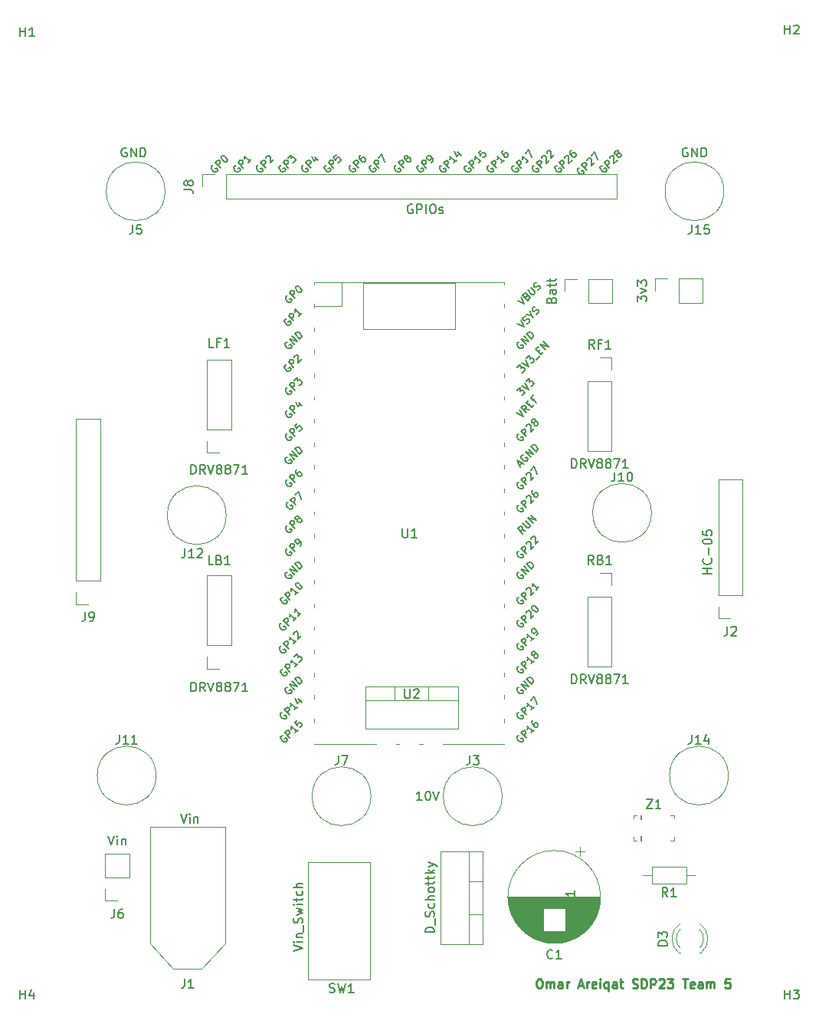
<source format=gbr>
%TF.GenerationSoftware,KiCad,Pcbnew,(6.0.9)*%
%TF.CreationDate,2022-12-13T13:02:29-05:00*%
%TF.ProjectId,Team5_Coaster_post_mdr,5465616d-355f-4436-9f61-737465725f70,rev?*%
%TF.SameCoordinates,Original*%
%TF.FileFunction,Legend,Top*%
%TF.FilePolarity,Positive*%
%FSLAX46Y46*%
G04 Gerber Fmt 4.6, Leading zero omitted, Abs format (unit mm)*
G04 Created by KiCad (PCBNEW (6.0.9)) date 2022-12-13 13:02:29*
%MOMM*%
%LPD*%
G01*
G04 APERTURE LIST*
%ADD10C,0.150000*%
%ADD11C,0.250000*%
%ADD12C,0.120000*%
%ADD13C,0.100000*%
G04 APERTURE END LIST*
D10*
X143043722Y-64390592D02*
X142962910Y-64417529D01*
X142882097Y-64498341D01*
X142828223Y-64606091D01*
X142828223Y-64713841D01*
X142855160Y-64794653D01*
X142935972Y-64929340D01*
X143016784Y-65010152D01*
X143151471Y-65090964D01*
X143232284Y-65117902D01*
X143340033Y-65117902D01*
X143447783Y-65064027D01*
X143501658Y-65010152D01*
X143555532Y-64902402D01*
X143555532Y-64848528D01*
X143366971Y-64659966D01*
X143259221Y-64767715D01*
X143851844Y-64659966D02*
X143286158Y-64094280D01*
X143501658Y-63878781D01*
X143582470Y-63851844D01*
X143636345Y-63851844D01*
X143717157Y-63878781D01*
X143797969Y-63959593D01*
X143824906Y-64040406D01*
X143824906Y-64094280D01*
X143797969Y-64175093D01*
X143582470Y-64390592D01*
X143878781Y-63609407D02*
X143878781Y-63555532D01*
X143905719Y-63474720D01*
X144040406Y-63340033D01*
X144121218Y-63313096D01*
X144175093Y-63313096D01*
X144255905Y-63340033D01*
X144309780Y-63393908D01*
X144363654Y-63501658D01*
X144363654Y-64148155D01*
X144713841Y-63797969D01*
X144633028Y-62747410D02*
X144525279Y-62855160D01*
X144498341Y-62935972D01*
X144498341Y-62989847D01*
X144525279Y-63124534D01*
X144606091Y-63259221D01*
X144821590Y-63474720D01*
X144902402Y-63501658D01*
X144956277Y-63501658D01*
X145037089Y-63474720D01*
X145144839Y-63366971D01*
X145171776Y-63286158D01*
X145171776Y-63232284D01*
X145144839Y-63151471D01*
X145010152Y-63016784D01*
X144929340Y-62989847D01*
X144875465Y-62989847D01*
X144794653Y-63016784D01*
X144686903Y-63124534D01*
X144659966Y-63205346D01*
X144659966Y-63259221D01*
X144686903Y-63340033D01*
X138293722Y-64390592D02*
X138212910Y-64417529D01*
X138132097Y-64498341D01*
X138078223Y-64606091D01*
X138078223Y-64713841D01*
X138105160Y-64794653D01*
X138185972Y-64929340D01*
X138266784Y-65010152D01*
X138401471Y-65090964D01*
X138482284Y-65117902D01*
X138590033Y-65117902D01*
X138697783Y-65064027D01*
X138751658Y-65010152D01*
X138805532Y-64902402D01*
X138805532Y-64848528D01*
X138616971Y-64659966D01*
X138509221Y-64767715D01*
X139101844Y-64659966D02*
X138536158Y-64094280D01*
X138751658Y-63878781D01*
X138832470Y-63851844D01*
X138886345Y-63851844D01*
X138967157Y-63878781D01*
X139047969Y-63959593D01*
X139074906Y-64040406D01*
X139074906Y-64094280D01*
X139047969Y-64175093D01*
X138832470Y-64390592D01*
X139963841Y-63797969D02*
X139640592Y-64121218D01*
X139802216Y-63959593D02*
X139236531Y-63393908D01*
X139263468Y-63528595D01*
X139263468Y-63636345D01*
X139236531Y-63717157D01*
X139586717Y-63043722D02*
X139963841Y-62666598D01*
X140287089Y-63474720D01*
X105063096Y-64371218D02*
X104982284Y-64398155D01*
X104901471Y-64478967D01*
X104847597Y-64586717D01*
X104847597Y-64694467D01*
X104874534Y-64775279D01*
X104955346Y-64909966D01*
X105036158Y-64990778D01*
X105170845Y-65071590D01*
X105251658Y-65098528D01*
X105359407Y-65098528D01*
X105467157Y-65044653D01*
X105521032Y-64990778D01*
X105574906Y-64883028D01*
X105574906Y-64829154D01*
X105386345Y-64640592D01*
X105278595Y-64748341D01*
X105871218Y-64640592D02*
X105305532Y-64074906D01*
X105521032Y-63859407D01*
X105601844Y-63832470D01*
X105655719Y-63832470D01*
X105736531Y-63859407D01*
X105817343Y-63940219D01*
X105844280Y-64021032D01*
X105844280Y-64074906D01*
X105817343Y-64155719D01*
X105601844Y-64371218D01*
X105978967Y-63401471D02*
X106032842Y-63347597D01*
X106113654Y-63320659D01*
X106167529Y-63320659D01*
X106248341Y-63347597D01*
X106383028Y-63428409D01*
X106517715Y-63563096D01*
X106598528Y-63697783D01*
X106625465Y-63778595D01*
X106625465Y-63832470D01*
X106598528Y-63913282D01*
X106544653Y-63967157D01*
X106463841Y-63994094D01*
X106409966Y-63994094D01*
X106329154Y-63967157D01*
X106194467Y-63886345D01*
X106059780Y-63751658D01*
X105978967Y-63616971D01*
X105952030Y-63536158D01*
X105952030Y-63482284D01*
X105978967Y-63401471D01*
X133043722Y-64390592D02*
X132962910Y-64417529D01*
X132882097Y-64498341D01*
X132828223Y-64606091D01*
X132828223Y-64713841D01*
X132855160Y-64794653D01*
X132935972Y-64929340D01*
X133016784Y-65010152D01*
X133151471Y-65090964D01*
X133232284Y-65117902D01*
X133340033Y-65117902D01*
X133447783Y-65064027D01*
X133501658Y-65010152D01*
X133555532Y-64902402D01*
X133555532Y-64848528D01*
X133366971Y-64659966D01*
X133259221Y-64767715D01*
X133851844Y-64659966D02*
X133286158Y-64094280D01*
X133501658Y-63878781D01*
X133582470Y-63851844D01*
X133636345Y-63851844D01*
X133717157Y-63878781D01*
X133797969Y-63959593D01*
X133824906Y-64040406D01*
X133824906Y-64094280D01*
X133797969Y-64175093D01*
X133582470Y-64390592D01*
X134713841Y-63797969D02*
X134390592Y-64121218D01*
X134552216Y-63959593D02*
X133986531Y-63393908D01*
X134013468Y-63528595D01*
X134013468Y-63636345D01*
X133986531Y-63717157D01*
X134659966Y-62720473D02*
X134390592Y-62989847D01*
X134633028Y-63286158D01*
X134633028Y-63232284D01*
X134659966Y-63151471D01*
X134794653Y-63016784D01*
X134875465Y-62989847D01*
X134929340Y-62989847D01*
X135010152Y-63016784D01*
X135144839Y-63151471D01*
X135171776Y-63232284D01*
X135171776Y-63286158D01*
X135144839Y-63366971D01*
X135010152Y-63501658D01*
X134929340Y-63528595D01*
X134875465Y-63528595D01*
D11*
X141023809Y-154202380D02*
X141214285Y-154202380D01*
X141309523Y-154250000D01*
X141404761Y-154345238D01*
X141452380Y-154535714D01*
X141452380Y-154869047D01*
X141404761Y-155059523D01*
X141309523Y-155154761D01*
X141214285Y-155202380D01*
X141023809Y-155202380D01*
X140928571Y-155154761D01*
X140833333Y-155059523D01*
X140785714Y-154869047D01*
X140785714Y-154535714D01*
X140833333Y-154345238D01*
X140928571Y-154250000D01*
X141023809Y-154202380D01*
X141880952Y-155202380D02*
X141880952Y-154535714D01*
X141880952Y-154630952D02*
X141928571Y-154583333D01*
X142023809Y-154535714D01*
X142166666Y-154535714D01*
X142261904Y-154583333D01*
X142309523Y-154678571D01*
X142309523Y-155202380D01*
X142309523Y-154678571D02*
X142357142Y-154583333D01*
X142452380Y-154535714D01*
X142595238Y-154535714D01*
X142690476Y-154583333D01*
X142738095Y-154678571D01*
X142738095Y-155202380D01*
X143642857Y-155202380D02*
X143642857Y-154678571D01*
X143595238Y-154583333D01*
X143500000Y-154535714D01*
X143309523Y-154535714D01*
X143214285Y-154583333D01*
X143642857Y-155154761D02*
X143547619Y-155202380D01*
X143309523Y-155202380D01*
X143214285Y-155154761D01*
X143166666Y-155059523D01*
X143166666Y-154964285D01*
X143214285Y-154869047D01*
X143309523Y-154821428D01*
X143547619Y-154821428D01*
X143642857Y-154773809D01*
X144119047Y-155202380D02*
X144119047Y-154535714D01*
X144119047Y-154726190D02*
X144166666Y-154630952D01*
X144214285Y-154583333D01*
X144309523Y-154535714D01*
X144404761Y-154535714D01*
X145452380Y-154916666D02*
X145928571Y-154916666D01*
X145357142Y-155202380D02*
X145690476Y-154202380D01*
X146023809Y-155202380D01*
X146357142Y-155202380D02*
X146357142Y-154535714D01*
X146357142Y-154726190D02*
X146404761Y-154630952D01*
X146452380Y-154583333D01*
X146547619Y-154535714D01*
X146642857Y-154535714D01*
X147357142Y-155154761D02*
X147261904Y-155202380D01*
X147071428Y-155202380D01*
X146976190Y-155154761D01*
X146928571Y-155059523D01*
X146928571Y-154678571D01*
X146976190Y-154583333D01*
X147071428Y-154535714D01*
X147261904Y-154535714D01*
X147357142Y-154583333D01*
X147404761Y-154678571D01*
X147404761Y-154773809D01*
X146928571Y-154869047D01*
X147833333Y-155202380D02*
X147833333Y-154535714D01*
X147833333Y-154202380D02*
X147785714Y-154250000D01*
X147833333Y-154297619D01*
X147880952Y-154250000D01*
X147833333Y-154202380D01*
X147833333Y-154297619D01*
X148738095Y-154535714D02*
X148738095Y-155535714D01*
X148738095Y-155154761D02*
X148642857Y-155202380D01*
X148452380Y-155202380D01*
X148357142Y-155154761D01*
X148309523Y-155107142D01*
X148261904Y-155011904D01*
X148261904Y-154726190D01*
X148309523Y-154630952D01*
X148357142Y-154583333D01*
X148452380Y-154535714D01*
X148642857Y-154535714D01*
X148738095Y-154583333D01*
X149642857Y-155202380D02*
X149642857Y-154678571D01*
X149595238Y-154583333D01*
X149500000Y-154535714D01*
X149309523Y-154535714D01*
X149214285Y-154583333D01*
X149642857Y-155154761D02*
X149547619Y-155202380D01*
X149309523Y-155202380D01*
X149214285Y-155154761D01*
X149166666Y-155059523D01*
X149166666Y-154964285D01*
X149214285Y-154869047D01*
X149309523Y-154821428D01*
X149547619Y-154821428D01*
X149642857Y-154773809D01*
X149976190Y-154535714D02*
X150357142Y-154535714D01*
X150119047Y-154202380D02*
X150119047Y-155059523D01*
X150166666Y-155154761D01*
X150261904Y-155202380D01*
X150357142Y-155202380D01*
X151404761Y-155154761D02*
X151547619Y-155202380D01*
X151785714Y-155202380D01*
X151880952Y-155154761D01*
X151928571Y-155107142D01*
X151976190Y-155011904D01*
X151976190Y-154916666D01*
X151928571Y-154821428D01*
X151880952Y-154773809D01*
X151785714Y-154726190D01*
X151595238Y-154678571D01*
X151500000Y-154630952D01*
X151452380Y-154583333D01*
X151404761Y-154488095D01*
X151404761Y-154392857D01*
X151452380Y-154297619D01*
X151500000Y-154250000D01*
X151595238Y-154202380D01*
X151833333Y-154202380D01*
X151976190Y-154250000D01*
X152404761Y-155202380D02*
X152404761Y-154202380D01*
X152642857Y-154202380D01*
X152785714Y-154250000D01*
X152880952Y-154345238D01*
X152928571Y-154440476D01*
X152976190Y-154630952D01*
X152976190Y-154773809D01*
X152928571Y-154964285D01*
X152880952Y-155059523D01*
X152785714Y-155154761D01*
X152642857Y-155202380D01*
X152404761Y-155202380D01*
X153404761Y-155202380D02*
X153404761Y-154202380D01*
X153785714Y-154202380D01*
X153880952Y-154250000D01*
X153928571Y-154297619D01*
X153976190Y-154392857D01*
X153976190Y-154535714D01*
X153928571Y-154630952D01*
X153880952Y-154678571D01*
X153785714Y-154726190D01*
X153404761Y-154726190D01*
X154357142Y-154297619D02*
X154404761Y-154250000D01*
X154500000Y-154202380D01*
X154738095Y-154202380D01*
X154833333Y-154250000D01*
X154880952Y-154297619D01*
X154928571Y-154392857D01*
X154928571Y-154488095D01*
X154880952Y-154630952D01*
X154309523Y-155202380D01*
X154928571Y-155202380D01*
X155261904Y-154202380D02*
X155880952Y-154202380D01*
X155547619Y-154583333D01*
X155690476Y-154583333D01*
X155785714Y-154630952D01*
X155833333Y-154678571D01*
X155880952Y-154773809D01*
X155880952Y-155011904D01*
X155833333Y-155107142D01*
X155785714Y-155154761D01*
X155690476Y-155202380D01*
X155404761Y-155202380D01*
X155309523Y-155154761D01*
X155261904Y-155107142D01*
X156928571Y-154202380D02*
X157500000Y-154202380D01*
X157214285Y-155202380D02*
X157214285Y-154202380D01*
X158214285Y-155154761D02*
X158119047Y-155202380D01*
X157928571Y-155202380D01*
X157833333Y-155154761D01*
X157785714Y-155059523D01*
X157785714Y-154678571D01*
X157833333Y-154583333D01*
X157928571Y-154535714D01*
X158119047Y-154535714D01*
X158214285Y-154583333D01*
X158261904Y-154678571D01*
X158261904Y-154773809D01*
X157785714Y-154869047D01*
X159119047Y-155202380D02*
X159119047Y-154678571D01*
X159071428Y-154583333D01*
X158976190Y-154535714D01*
X158785714Y-154535714D01*
X158690476Y-154583333D01*
X159119047Y-155154761D02*
X159023809Y-155202380D01*
X158785714Y-155202380D01*
X158690476Y-155154761D01*
X158642857Y-155059523D01*
X158642857Y-154964285D01*
X158690476Y-154869047D01*
X158785714Y-154821428D01*
X159023809Y-154821428D01*
X159119047Y-154773809D01*
X159595238Y-155202380D02*
X159595238Y-154535714D01*
X159595238Y-154630952D02*
X159642857Y-154583333D01*
X159738095Y-154535714D01*
X159880952Y-154535714D01*
X159976190Y-154583333D01*
X160023809Y-154678571D01*
X160023809Y-155202380D01*
X160023809Y-154678571D02*
X160071428Y-154583333D01*
X160166666Y-154535714D01*
X160309523Y-154535714D01*
X160404761Y-154583333D01*
X160452380Y-154678571D01*
X160452380Y-155202380D01*
X162166666Y-154202380D02*
X161690476Y-154202380D01*
X161642857Y-154678571D01*
X161690476Y-154630952D01*
X161785714Y-154583333D01*
X162023809Y-154583333D01*
X162119047Y-154630952D01*
X162166666Y-154678571D01*
X162214285Y-154773809D01*
X162214285Y-155011904D01*
X162166666Y-155107142D01*
X162119047Y-155154761D01*
X162023809Y-155202380D01*
X161785714Y-155202380D01*
X161690476Y-155154761D01*
X161642857Y-155107142D01*
D10*
X130293722Y-64390592D02*
X130212910Y-64417529D01*
X130132097Y-64498341D01*
X130078223Y-64606091D01*
X130078223Y-64713841D01*
X130105160Y-64794653D01*
X130185972Y-64929340D01*
X130266784Y-65010152D01*
X130401471Y-65090964D01*
X130482284Y-65117902D01*
X130590033Y-65117902D01*
X130697783Y-65064027D01*
X130751658Y-65010152D01*
X130805532Y-64902402D01*
X130805532Y-64848528D01*
X130616971Y-64659966D01*
X130509221Y-64767715D01*
X131101844Y-64659966D02*
X130536158Y-64094280D01*
X130751658Y-63878781D01*
X130832470Y-63851844D01*
X130886345Y-63851844D01*
X130967157Y-63878781D01*
X131047969Y-63959593D01*
X131074906Y-64040406D01*
X131074906Y-64094280D01*
X131047969Y-64175093D01*
X130832470Y-64390592D01*
X131963841Y-63797969D02*
X131640592Y-64121218D01*
X131802216Y-63959593D02*
X131236531Y-63393908D01*
X131263468Y-63528595D01*
X131263468Y-63636345D01*
X131236531Y-63717157D01*
X132071590Y-62935972D02*
X132448714Y-63313096D01*
X131721404Y-62855160D02*
X131990778Y-63393908D01*
X132340964Y-63043722D01*
X117563096Y-64371218D02*
X117482284Y-64398155D01*
X117401471Y-64478967D01*
X117347597Y-64586717D01*
X117347597Y-64694467D01*
X117374534Y-64775279D01*
X117455346Y-64909966D01*
X117536158Y-64990778D01*
X117670845Y-65071590D01*
X117751658Y-65098528D01*
X117859407Y-65098528D01*
X117967157Y-65044653D01*
X118021032Y-64990778D01*
X118074906Y-64883028D01*
X118074906Y-64829154D01*
X117886345Y-64640592D01*
X117778595Y-64748341D01*
X118371218Y-64640592D02*
X117805532Y-64074906D01*
X118021032Y-63859407D01*
X118101844Y-63832470D01*
X118155719Y-63832470D01*
X118236531Y-63859407D01*
X118317343Y-63940219D01*
X118344280Y-64021032D01*
X118344280Y-64074906D01*
X118317343Y-64155719D01*
X118101844Y-64371218D01*
X118640592Y-63239847D02*
X118371218Y-63509221D01*
X118613654Y-63805532D01*
X118613654Y-63751658D01*
X118640592Y-63670845D01*
X118775279Y-63536158D01*
X118856091Y-63509221D01*
X118909966Y-63509221D01*
X118990778Y-63536158D01*
X119125465Y-63670845D01*
X119152402Y-63751658D01*
X119152402Y-63805532D01*
X119125465Y-63886345D01*
X118990778Y-64021032D01*
X118909966Y-64047969D01*
X118856091Y-64047969D01*
X107563096Y-64371218D02*
X107482284Y-64398155D01*
X107401471Y-64478967D01*
X107347597Y-64586717D01*
X107347597Y-64694467D01*
X107374534Y-64775279D01*
X107455346Y-64909966D01*
X107536158Y-64990778D01*
X107670845Y-65071590D01*
X107751658Y-65098528D01*
X107859407Y-65098528D01*
X107967157Y-65044653D01*
X108021032Y-64990778D01*
X108074906Y-64883028D01*
X108074906Y-64829154D01*
X107886345Y-64640592D01*
X107778595Y-64748341D01*
X108371218Y-64640592D02*
X107805532Y-64074906D01*
X108021032Y-63859407D01*
X108101844Y-63832470D01*
X108155719Y-63832470D01*
X108236531Y-63859407D01*
X108317343Y-63940219D01*
X108344280Y-64021032D01*
X108344280Y-64074906D01*
X108317343Y-64155719D01*
X108101844Y-64371218D01*
X109233215Y-63778595D02*
X108909966Y-64101844D01*
X109071590Y-63940219D02*
X108505905Y-63374534D01*
X108532842Y-63509221D01*
X108532842Y-63616971D01*
X108505905Y-63697783D01*
X148043722Y-64390592D02*
X147962910Y-64417529D01*
X147882097Y-64498341D01*
X147828223Y-64606091D01*
X147828223Y-64713841D01*
X147855160Y-64794653D01*
X147935972Y-64929340D01*
X148016784Y-65010152D01*
X148151471Y-65090964D01*
X148232284Y-65117902D01*
X148340033Y-65117902D01*
X148447783Y-65064027D01*
X148501658Y-65010152D01*
X148555532Y-64902402D01*
X148555532Y-64848528D01*
X148366971Y-64659966D01*
X148259221Y-64767715D01*
X148851844Y-64659966D02*
X148286158Y-64094280D01*
X148501658Y-63878781D01*
X148582470Y-63851844D01*
X148636345Y-63851844D01*
X148717157Y-63878781D01*
X148797969Y-63959593D01*
X148824906Y-64040406D01*
X148824906Y-64094280D01*
X148797969Y-64175093D01*
X148582470Y-64390592D01*
X148878781Y-63609407D02*
X148878781Y-63555532D01*
X148905719Y-63474720D01*
X149040406Y-63340033D01*
X149121218Y-63313096D01*
X149175093Y-63313096D01*
X149255905Y-63340033D01*
X149309780Y-63393908D01*
X149363654Y-63501658D01*
X149363654Y-64148155D01*
X149713841Y-63797969D01*
X149713841Y-63151471D02*
X149633028Y-63178409D01*
X149579154Y-63178409D01*
X149498341Y-63151471D01*
X149471404Y-63124534D01*
X149444467Y-63043722D01*
X149444467Y-62989847D01*
X149471404Y-62909035D01*
X149579154Y-62801285D01*
X149659966Y-62774348D01*
X149713841Y-62774348D01*
X149794653Y-62801285D01*
X149821590Y-62828223D01*
X149848528Y-62909035D01*
X149848528Y-62962910D01*
X149821590Y-63043722D01*
X149713841Y-63151471D01*
X149686903Y-63232284D01*
X149686903Y-63286158D01*
X149713841Y-63366971D01*
X149821590Y-63474720D01*
X149902402Y-63501658D01*
X149956277Y-63501658D01*
X150037089Y-63474720D01*
X150144839Y-63366971D01*
X150171776Y-63286158D01*
X150171776Y-63232284D01*
X150144839Y-63151471D01*
X150037089Y-63043722D01*
X149956277Y-63016784D01*
X149902402Y-63016784D01*
X149821590Y-63043722D01*
X120313096Y-64371218D02*
X120232284Y-64398155D01*
X120151471Y-64478967D01*
X120097597Y-64586717D01*
X120097597Y-64694467D01*
X120124534Y-64775279D01*
X120205346Y-64909966D01*
X120286158Y-64990778D01*
X120420845Y-65071590D01*
X120501658Y-65098528D01*
X120609407Y-65098528D01*
X120717157Y-65044653D01*
X120771032Y-64990778D01*
X120824906Y-64883028D01*
X120824906Y-64829154D01*
X120636345Y-64640592D01*
X120528595Y-64748341D01*
X121121218Y-64640592D02*
X120555532Y-64074906D01*
X120771032Y-63859407D01*
X120851844Y-63832470D01*
X120905719Y-63832470D01*
X120986531Y-63859407D01*
X121067343Y-63940219D01*
X121094280Y-64021032D01*
X121094280Y-64074906D01*
X121067343Y-64155719D01*
X120851844Y-64371218D01*
X121363654Y-63266784D02*
X121255905Y-63374534D01*
X121228967Y-63455346D01*
X121228967Y-63509221D01*
X121255905Y-63643908D01*
X121336717Y-63778595D01*
X121552216Y-63994094D01*
X121633028Y-64021032D01*
X121686903Y-64021032D01*
X121767715Y-63994094D01*
X121875465Y-63886345D01*
X121902402Y-63805532D01*
X121902402Y-63751658D01*
X121875465Y-63670845D01*
X121740778Y-63536158D01*
X121659966Y-63509221D01*
X121606091Y-63509221D01*
X121525279Y-63536158D01*
X121417529Y-63643908D01*
X121390592Y-63724720D01*
X121390592Y-63778595D01*
X121417529Y-63859407D01*
X125313096Y-64371218D02*
X125232284Y-64398155D01*
X125151471Y-64478967D01*
X125097597Y-64586717D01*
X125097597Y-64694467D01*
X125124534Y-64775279D01*
X125205346Y-64909966D01*
X125286158Y-64990778D01*
X125420845Y-65071590D01*
X125501658Y-65098528D01*
X125609407Y-65098528D01*
X125717157Y-65044653D01*
X125771032Y-64990778D01*
X125824906Y-64883028D01*
X125824906Y-64829154D01*
X125636345Y-64640592D01*
X125528595Y-64748341D01*
X126121218Y-64640592D02*
X125555532Y-64074906D01*
X125771032Y-63859407D01*
X125851844Y-63832470D01*
X125905719Y-63832470D01*
X125986531Y-63859407D01*
X126067343Y-63940219D01*
X126094280Y-64021032D01*
X126094280Y-64074906D01*
X126067343Y-64155719D01*
X125851844Y-64371218D01*
X126444467Y-63670845D02*
X126363654Y-63697783D01*
X126309780Y-63697783D01*
X126228967Y-63670845D01*
X126202030Y-63643908D01*
X126175093Y-63563096D01*
X126175093Y-63509221D01*
X126202030Y-63428409D01*
X126309780Y-63320659D01*
X126390592Y-63293722D01*
X126444467Y-63293722D01*
X126525279Y-63320659D01*
X126552216Y-63347597D01*
X126579154Y-63428409D01*
X126579154Y-63482284D01*
X126552216Y-63563096D01*
X126444467Y-63670845D01*
X126417529Y-63751658D01*
X126417529Y-63805532D01*
X126444467Y-63886345D01*
X126552216Y-63994094D01*
X126633028Y-64021032D01*
X126686903Y-64021032D01*
X126767715Y-63994094D01*
X126875465Y-63886345D01*
X126902402Y-63805532D01*
X126902402Y-63751658D01*
X126875465Y-63670845D01*
X126767715Y-63563096D01*
X126686903Y-63536158D01*
X126633028Y-63536158D01*
X126552216Y-63563096D01*
X127813096Y-64371218D02*
X127732284Y-64398155D01*
X127651471Y-64478967D01*
X127597597Y-64586717D01*
X127597597Y-64694467D01*
X127624534Y-64775279D01*
X127705346Y-64909966D01*
X127786158Y-64990778D01*
X127920845Y-65071590D01*
X128001658Y-65098528D01*
X128109407Y-65098528D01*
X128217157Y-65044653D01*
X128271032Y-64990778D01*
X128324906Y-64883028D01*
X128324906Y-64829154D01*
X128136345Y-64640592D01*
X128028595Y-64748341D01*
X128621218Y-64640592D02*
X128055532Y-64074906D01*
X128271032Y-63859407D01*
X128351844Y-63832470D01*
X128405719Y-63832470D01*
X128486531Y-63859407D01*
X128567343Y-63940219D01*
X128594280Y-64021032D01*
X128594280Y-64074906D01*
X128567343Y-64155719D01*
X128351844Y-64371218D01*
X129213841Y-64047969D02*
X129321590Y-63940219D01*
X129348528Y-63859407D01*
X129348528Y-63805532D01*
X129321590Y-63670845D01*
X129240778Y-63536158D01*
X129025279Y-63320659D01*
X128944467Y-63293722D01*
X128890592Y-63293722D01*
X128809780Y-63320659D01*
X128702030Y-63428409D01*
X128675093Y-63509221D01*
X128675093Y-63563096D01*
X128702030Y-63643908D01*
X128836717Y-63778595D01*
X128917529Y-63805532D01*
X128971404Y-63805532D01*
X129052216Y-63778595D01*
X129159966Y-63670845D01*
X129186903Y-63590033D01*
X129186903Y-63536158D01*
X129159966Y-63455346D01*
X110063096Y-64371218D02*
X109982284Y-64398155D01*
X109901471Y-64478967D01*
X109847597Y-64586717D01*
X109847597Y-64694467D01*
X109874534Y-64775279D01*
X109955346Y-64909966D01*
X110036158Y-64990778D01*
X110170845Y-65071590D01*
X110251658Y-65098528D01*
X110359407Y-65098528D01*
X110467157Y-65044653D01*
X110521032Y-64990778D01*
X110574906Y-64883028D01*
X110574906Y-64829154D01*
X110386345Y-64640592D01*
X110278595Y-64748341D01*
X110871218Y-64640592D02*
X110305532Y-64074906D01*
X110521032Y-63859407D01*
X110601844Y-63832470D01*
X110655719Y-63832470D01*
X110736531Y-63859407D01*
X110817343Y-63940219D01*
X110844280Y-64021032D01*
X110844280Y-64074906D01*
X110817343Y-64155719D01*
X110601844Y-64371218D01*
X110898155Y-63590033D02*
X110898155Y-63536158D01*
X110925093Y-63455346D01*
X111059780Y-63320659D01*
X111140592Y-63293722D01*
X111194467Y-63293722D01*
X111275279Y-63320659D01*
X111329154Y-63374534D01*
X111383028Y-63482284D01*
X111383028Y-64128781D01*
X111733215Y-63778595D01*
X140543722Y-64390592D02*
X140462910Y-64417529D01*
X140382097Y-64498341D01*
X140328223Y-64606091D01*
X140328223Y-64713841D01*
X140355160Y-64794653D01*
X140435972Y-64929340D01*
X140516784Y-65010152D01*
X140651471Y-65090964D01*
X140732284Y-65117902D01*
X140840033Y-65117902D01*
X140947783Y-65064027D01*
X141001658Y-65010152D01*
X141055532Y-64902402D01*
X141055532Y-64848528D01*
X140866971Y-64659966D01*
X140759221Y-64767715D01*
X141351844Y-64659966D02*
X140786158Y-64094280D01*
X141001658Y-63878781D01*
X141082470Y-63851844D01*
X141136345Y-63851844D01*
X141217157Y-63878781D01*
X141297969Y-63959593D01*
X141324906Y-64040406D01*
X141324906Y-64094280D01*
X141297969Y-64175093D01*
X141082470Y-64390592D01*
X141378781Y-63609407D02*
X141378781Y-63555532D01*
X141405719Y-63474720D01*
X141540406Y-63340033D01*
X141621218Y-63313096D01*
X141675093Y-63313096D01*
X141755905Y-63340033D01*
X141809780Y-63393908D01*
X141863654Y-63501658D01*
X141863654Y-64148155D01*
X142213841Y-63797969D01*
X141917529Y-63070659D02*
X141917529Y-63016784D01*
X141944467Y-62935972D01*
X142079154Y-62801285D01*
X142159966Y-62774348D01*
X142213841Y-62774348D01*
X142294653Y-62801285D01*
X142348528Y-62855160D01*
X142402402Y-62962910D01*
X142402402Y-63609407D01*
X142752589Y-63259221D01*
X115063096Y-64371218D02*
X114982284Y-64398155D01*
X114901471Y-64478967D01*
X114847597Y-64586717D01*
X114847597Y-64694467D01*
X114874534Y-64775279D01*
X114955346Y-64909966D01*
X115036158Y-64990778D01*
X115170845Y-65071590D01*
X115251658Y-65098528D01*
X115359407Y-65098528D01*
X115467157Y-65044653D01*
X115521032Y-64990778D01*
X115574906Y-64883028D01*
X115574906Y-64829154D01*
X115386345Y-64640592D01*
X115278595Y-64748341D01*
X115871218Y-64640592D02*
X115305532Y-64074906D01*
X115521032Y-63859407D01*
X115601844Y-63832470D01*
X115655719Y-63832470D01*
X115736531Y-63859407D01*
X115817343Y-63940219D01*
X115844280Y-64021032D01*
X115844280Y-64074906D01*
X115817343Y-64155719D01*
X115601844Y-64371218D01*
X116302216Y-63455346D02*
X116679340Y-63832470D01*
X115952030Y-63374534D02*
X116221404Y-63913282D01*
X116571590Y-63563096D01*
X145543722Y-64640592D02*
X145462910Y-64667529D01*
X145382097Y-64748341D01*
X145328223Y-64856091D01*
X145328223Y-64963841D01*
X145355160Y-65044653D01*
X145435972Y-65179340D01*
X145516784Y-65260152D01*
X145651471Y-65340964D01*
X145732284Y-65367902D01*
X145840033Y-65367902D01*
X145947783Y-65314027D01*
X146001658Y-65260152D01*
X146055532Y-65152402D01*
X146055532Y-65098528D01*
X145866971Y-64909966D01*
X145759221Y-65017715D01*
X146351844Y-64909966D02*
X145786158Y-64344280D01*
X146001658Y-64128781D01*
X146082470Y-64101844D01*
X146136345Y-64101844D01*
X146217157Y-64128781D01*
X146297969Y-64209593D01*
X146324906Y-64290406D01*
X146324906Y-64344280D01*
X146297969Y-64425093D01*
X146082470Y-64640592D01*
X146378781Y-63859407D02*
X146378781Y-63805532D01*
X146405719Y-63724720D01*
X146540406Y-63590033D01*
X146621218Y-63563096D01*
X146675093Y-63563096D01*
X146755905Y-63590033D01*
X146809780Y-63643908D01*
X146863654Y-63751658D01*
X146863654Y-64398155D01*
X147213841Y-64047969D01*
X146836717Y-63293722D02*
X147213841Y-62916598D01*
X147537089Y-63724720D01*
X135543722Y-64390592D02*
X135462910Y-64417529D01*
X135382097Y-64498341D01*
X135328223Y-64606091D01*
X135328223Y-64713841D01*
X135355160Y-64794653D01*
X135435972Y-64929340D01*
X135516784Y-65010152D01*
X135651471Y-65090964D01*
X135732284Y-65117902D01*
X135840033Y-65117902D01*
X135947783Y-65064027D01*
X136001658Y-65010152D01*
X136055532Y-64902402D01*
X136055532Y-64848528D01*
X135866971Y-64659966D01*
X135759221Y-64767715D01*
X136351844Y-64659966D02*
X135786158Y-64094280D01*
X136001658Y-63878781D01*
X136082470Y-63851844D01*
X136136345Y-63851844D01*
X136217157Y-63878781D01*
X136297969Y-63959593D01*
X136324906Y-64040406D01*
X136324906Y-64094280D01*
X136297969Y-64175093D01*
X136082470Y-64390592D01*
X137213841Y-63797969D02*
X136890592Y-64121218D01*
X137052216Y-63959593D02*
X136486531Y-63393908D01*
X136513468Y-63528595D01*
X136513468Y-63636345D01*
X136486531Y-63717157D01*
X137133028Y-62747410D02*
X137025279Y-62855160D01*
X136998341Y-62935972D01*
X136998341Y-62989847D01*
X137025279Y-63124534D01*
X137106091Y-63259221D01*
X137321590Y-63474720D01*
X137402402Y-63501658D01*
X137456277Y-63501658D01*
X137537089Y-63474720D01*
X137644839Y-63366971D01*
X137671776Y-63286158D01*
X137671776Y-63232284D01*
X137644839Y-63151471D01*
X137510152Y-63016784D01*
X137429340Y-62989847D01*
X137375465Y-62989847D01*
X137294653Y-63016784D01*
X137186903Y-63124534D01*
X137159966Y-63205346D01*
X137159966Y-63259221D01*
X137186903Y-63340033D01*
X112563096Y-64371218D02*
X112482284Y-64398155D01*
X112401471Y-64478967D01*
X112347597Y-64586717D01*
X112347597Y-64694467D01*
X112374534Y-64775279D01*
X112455346Y-64909966D01*
X112536158Y-64990778D01*
X112670845Y-65071590D01*
X112751658Y-65098528D01*
X112859407Y-65098528D01*
X112967157Y-65044653D01*
X113021032Y-64990778D01*
X113074906Y-64883028D01*
X113074906Y-64829154D01*
X112886345Y-64640592D01*
X112778595Y-64748341D01*
X113371218Y-64640592D02*
X112805532Y-64074906D01*
X113021032Y-63859407D01*
X113101844Y-63832470D01*
X113155719Y-63832470D01*
X113236531Y-63859407D01*
X113317343Y-63940219D01*
X113344280Y-64021032D01*
X113344280Y-64074906D01*
X113317343Y-64155719D01*
X113101844Y-64371218D01*
X113317343Y-63563096D02*
X113667529Y-63212910D01*
X113694467Y-63616971D01*
X113775279Y-63536158D01*
X113856091Y-63509221D01*
X113909966Y-63509221D01*
X113990778Y-63536158D01*
X114125465Y-63670845D01*
X114152402Y-63751658D01*
X114152402Y-63805532D01*
X114125465Y-63886345D01*
X113963841Y-64047969D01*
X113883028Y-64074906D01*
X113829154Y-64074906D01*
X122563096Y-64371218D02*
X122482284Y-64398155D01*
X122401471Y-64478967D01*
X122347597Y-64586717D01*
X122347597Y-64694467D01*
X122374534Y-64775279D01*
X122455346Y-64909966D01*
X122536158Y-64990778D01*
X122670845Y-65071590D01*
X122751658Y-65098528D01*
X122859407Y-65098528D01*
X122967157Y-65044653D01*
X123021032Y-64990778D01*
X123074906Y-64883028D01*
X123074906Y-64829154D01*
X122886345Y-64640592D01*
X122778595Y-64748341D01*
X123371218Y-64640592D02*
X122805532Y-64074906D01*
X123021032Y-63859407D01*
X123101844Y-63832470D01*
X123155719Y-63832470D01*
X123236531Y-63859407D01*
X123317343Y-63940219D01*
X123344280Y-64021032D01*
X123344280Y-64074906D01*
X123317343Y-64155719D01*
X123101844Y-64371218D01*
X123317343Y-63563096D02*
X123694467Y-63185972D01*
X124017715Y-63994094D01*
%TO.C,J11*%
X94690476Y-127254380D02*
X94690476Y-127968666D01*
X94642857Y-128111523D01*
X94547619Y-128206761D01*
X94404761Y-128254380D01*
X94309523Y-128254380D01*
X95690476Y-128254380D02*
X95119047Y-128254380D01*
X95404761Y-128254380D02*
X95404761Y-127254380D01*
X95309523Y-127397238D01*
X95214285Y-127492476D01*
X95119047Y-127540095D01*
X96642857Y-128254380D02*
X96071428Y-128254380D01*
X96357142Y-128254380D02*
X96357142Y-127254380D01*
X96261904Y-127397238D01*
X96166666Y-127492476D01*
X96071428Y-127540095D01*
%TO.C,RF1*%
X147179761Y-84632380D02*
X146846428Y-84156190D01*
X146608333Y-84632380D02*
X146608333Y-83632380D01*
X146989285Y-83632380D01*
X147084523Y-83680000D01*
X147132142Y-83727619D01*
X147179761Y-83822857D01*
X147179761Y-83965714D01*
X147132142Y-84060952D01*
X147084523Y-84108571D01*
X146989285Y-84156190D01*
X146608333Y-84156190D01*
X147941666Y-84108571D02*
X147608333Y-84108571D01*
X147608333Y-84632380D02*
X147608333Y-83632380D01*
X148084523Y-83632380D01*
X148989285Y-84632380D02*
X148417857Y-84632380D01*
X148703571Y-84632380D02*
X148703571Y-83632380D01*
X148608333Y-83775238D01*
X148513095Y-83870476D01*
X148417857Y-83918095D01*
X144679761Y-97792380D02*
X144679761Y-96792380D01*
X144917857Y-96792380D01*
X145060714Y-96840000D01*
X145155952Y-96935238D01*
X145203571Y-97030476D01*
X145251190Y-97220952D01*
X145251190Y-97363809D01*
X145203571Y-97554285D01*
X145155952Y-97649523D01*
X145060714Y-97744761D01*
X144917857Y-97792380D01*
X144679761Y-97792380D01*
X146251190Y-97792380D02*
X145917857Y-97316190D01*
X145679761Y-97792380D02*
X145679761Y-96792380D01*
X146060714Y-96792380D01*
X146155952Y-96840000D01*
X146203571Y-96887619D01*
X146251190Y-96982857D01*
X146251190Y-97125714D01*
X146203571Y-97220952D01*
X146155952Y-97268571D01*
X146060714Y-97316190D01*
X145679761Y-97316190D01*
X146536904Y-96792380D02*
X146870238Y-97792380D01*
X147203571Y-96792380D01*
X147679761Y-97220952D02*
X147584523Y-97173333D01*
X147536904Y-97125714D01*
X147489285Y-97030476D01*
X147489285Y-96982857D01*
X147536904Y-96887619D01*
X147584523Y-96840000D01*
X147679761Y-96792380D01*
X147870238Y-96792380D01*
X147965476Y-96840000D01*
X148013095Y-96887619D01*
X148060714Y-96982857D01*
X148060714Y-97030476D01*
X148013095Y-97125714D01*
X147965476Y-97173333D01*
X147870238Y-97220952D01*
X147679761Y-97220952D01*
X147584523Y-97268571D01*
X147536904Y-97316190D01*
X147489285Y-97411428D01*
X147489285Y-97601904D01*
X147536904Y-97697142D01*
X147584523Y-97744761D01*
X147679761Y-97792380D01*
X147870238Y-97792380D01*
X147965476Y-97744761D01*
X148013095Y-97697142D01*
X148060714Y-97601904D01*
X148060714Y-97411428D01*
X148013095Y-97316190D01*
X147965476Y-97268571D01*
X147870238Y-97220952D01*
X148632142Y-97220952D02*
X148536904Y-97173333D01*
X148489285Y-97125714D01*
X148441666Y-97030476D01*
X148441666Y-96982857D01*
X148489285Y-96887619D01*
X148536904Y-96840000D01*
X148632142Y-96792380D01*
X148822619Y-96792380D01*
X148917857Y-96840000D01*
X148965476Y-96887619D01*
X149013095Y-96982857D01*
X149013095Y-97030476D01*
X148965476Y-97125714D01*
X148917857Y-97173333D01*
X148822619Y-97220952D01*
X148632142Y-97220952D01*
X148536904Y-97268571D01*
X148489285Y-97316190D01*
X148441666Y-97411428D01*
X148441666Y-97601904D01*
X148489285Y-97697142D01*
X148536904Y-97744761D01*
X148632142Y-97792380D01*
X148822619Y-97792380D01*
X148917857Y-97744761D01*
X148965476Y-97697142D01*
X149013095Y-97601904D01*
X149013095Y-97411428D01*
X148965476Y-97316190D01*
X148917857Y-97268571D01*
X148822619Y-97220952D01*
X149346428Y-96792380D02*
X150013095Y-96792380D01*
X149584523Y-97792380D01*
X150917857Y-97792380D02*
X150346428Y-97792380D01*
X150632142Y-97792380D02*
X150632142Y-96792380D01*
X150536904Y-96935238D01*
X150441666Y-97030476D01*
X150346428Y-97078095D01*
%TO.C,J15*%
X157940476Y-70952380D02*
X157940476Y-71666666D01*
X157892857Y-71809523D01*
X157797619Y-71904761D01*
X157654761Y-71952380D01*
X157559523Y-71952380D01*
X158940476Y-71952380D02*
X158369047Y-71952380D01*
X158654761Y-71952380D02*
X158654761Y-70952380D01*
X158559523Y-71095238D01*
X158464285Y-71190476D01*
X158369047Y-71238095D01*
X159845238Y-70952380D02*
X159369047Y-70952380D01*
X159321428Y-71428571D01*
X159369047Y-71380952D01*
X159464285Y-71333333D01*
X159702380Y-71333333D01*
X159797619Y-71380952D01*
X159845238Y-71428571D01*
X159892857Y-71523809D01*
X159892857Y-71761904D01*
X159845238Y-71857142D01*
X159797619Y-71904761D01*
X159702380Y-71952380D01*
X159464285Y-71952380D01*
X159369047Y-71904761D01*
X159321428Y-71857142D01*
X157488095Y-62500000D02*
X157392857Y-62452380D01*
X157250000Y-62452380D01*
X157107142Y-62500000D01*
X157011904Y-62595238D01*
X156964285Y-62690476D01*
X156916666Y-62880952D01*
X156916666Y-63023809D01*
X156964285Y-63214285D01*
X157011904Y-63309523D01*
X157107142Y-63404761D01*
X157250000Y-63452380D01*
X157345238Y-63452380D01*
X157488095Y-63404761D01*
X157535714Y-63357142D01*
X157535714Y-63023809D01*
X157345238Y-63023809D01*
X157964285Y-63452380D02*
X157964285Y-62452380D01*
X158535714Y-63452380D01*
X158535714Y-62452380D01*
X159011904Y-63452380D02*
X159011904Y-62452380D01*
X159250000Y-62452380D01*
X159392857Y-62500000D01*
X159488095Y-62595238D01*
X159535714Y-62690476D01*
X159583333Y-62880952D01*
X159583333Y-63023809D01*
X159535714Y-63214285D01*
X159488095Y-63309523D01*
X159392857Y-63404761D01*
X159250000Y-63452380D01*
X159011904Y-63452380D01*
%TO.C,SW1*%
X117916666Y-155654761D02*
X118059523Y-155702380D01*
X118297619Y-155702380D01*
X118392857Y-155654761D01*
X118440476Y-155607142D01*
X118488095Y-155511904D01*
X118488095Y-155416666D01*
X118440476Y-155321428D01*
X118392857Y-155273809D01*
X118297619Y-155226190D01*
X118107142Y-155178571D01*
X118011904Y-155130952D01*
X117964285Y-155083333D01*
X117916666Y-154988095D01*
X117916666Y-154892857D01*
X117964285Y-154797619D01*
X118011904Y-154750000D01*
X118107142Y-154702380D01*
X118345238Y-154702380D01*
X118488095Y-154750000D01*
X118821428Y-154702380D02*
X119059523Y-155702380D01*
X119250000Y-154988095D01*
X119440476Y-155702380D01*
X119678571Y-154702380D01*
X120583333Y-155702380D02*
X120011904Y-155702380D01*
X120297619Y-155702380D02*
X120297619Y-154702380D01*
X120202380Y-154845238D01*
X120107142Y-154940476D01*
X120011904Y-154988095D01*
X113952380Y-151110523D02*
X114952380Y-150777190D01*
X113952380Y-150443857D01*
X114952380Y-150110523D02*
X114285714Y-150110523D01*
X113952380Y-150110523D02*
X114000000Y-150158142D01*
X114047619Y-150110523D01*
X114000000Y-150062904D01*
X113952380Y-150110523D01*
X114047619Y-150110523D01*
X114285714Y-149634333D02*
X114952380Y-149634333D01*
X114380952Y-149634333D02*
X114333333Y-149586714D01*
X114285714Y-149491476D01*
X114285714Y-149348619D01*
X114333333Y-149253380D01*
X114428571Y-149205761D01*
X114952380Y-149205761D01*
X115047619Y-148967666D02*
X115047619Y-148205761D01*
X114904761Y-148015285D02*
X114952380Y-147872428D01*
X114952380Y-147634333D01*
X114904761Y-147539095D01*
X114857142Y-147491476D01*
X114761904Y-147443857D01*
X114666666Y-147443857D01*
X114571428Y-147491476D01*
X114523809Y-147539095D01*
X114476190Y-147634333D01*
X114428571Y-147824809D01*
X114380952Y-147920047D01*
X114333333Y-147967666D01*
X114238095Y-148015285D01*
X114142857Y-148015285D01*
X114047619Y-147967666D01*
X114000000Y-147920047D01*
X113952380Y-147824809D01*
X113952380Y-147586714D01*
X114000000Y-147443857D01*
X114285714Y-147110523D02*
X114952380Y-146920047D01*
X114476190Y-146729571D01*
X114952380Y-146539095D01*
X114285714Y-146348619D01*
X114952380Y-145967666D02*
X114285714Y-145967666D01*
X113952380Y-145967666D02*
X114000000Y-146015285D01*
X114047619Y-145967666D01*
X114000000Y-145920047D01*
X113952380Y-145967666D01*
X114047619Y-145967666D01*
X114285714Y-145634333D02*
X114285714Y-145253380D01*
X113952380Y-145491476D02*
X114809523Y-145491476D01*
X114904761Y-145443857D01*
X114952380Y-145348619D01*
X114952380Y-145253380D01*
X114904761Y-144491476D02*
X114952380Y-144586714D01*
X114952380Y-144777190D01*
X114904761Y-144872428D01*
X114857142Y-144920047D01*
X114761904Y-144967666D01*
X114476190Y-144967666D01*
X114380952Y-144920047D01*
X114333333Y-144872428D01*
X114285714Y-144777190D01*
X114285714Y-144586714D01*
X114333333Y-144491476D01*
X114952380Y-144062904D02*
X113952380Y-144062904D01*
X114952380Y-143634333D02*
X114428571Y-143634333D01*
X114333333Y-143681952D01*
X114285714Y-143777190D01*
X114285714Y-143920047D01*
X114333333Y-144015285D01*
X114380952Y-144062904D01*
%TO.C,J13*%
X151952380Y-79415476D02*
X151952380Y-78796428D01*
X152333333Y-79129761D01*
X152333333Y-78986904D01*
X152380952Y-78891666D01*
X152428571Y-78844047D01*
X152523809Y-78796428D01*
X152761904Y-78796428D01*
X152857142Y-78844047D01*
X152904761Y-78891666D01*
X152952380Y-78986904D01*
X152952380Y-79272619D01*
X152904761Y-79367857D01*
X152857142Y-79415476D01*
X152285714Y-78463095D02*
X152952380Y-78225000D01*
X152285714Y-77986904D01*
X151952380Y-77701190D02*
X151952380Y-77082142D01*
X152333333Y-77415476D01*
X152333333Y-77272619D01*
X152380952Y-77177380D01*
X152428571Y-77129761D01*
X152523809Y-77082142D01*
X152761904Y-77082142D01*
X152857142Y-77129761D01*
X152904761Y-77177380D01*
X152952380Y-77272619D01*
X152952380Y-77558333D01*
X152904761Y-77653571D01*
X152857142Y-77701190D01*
%TO.C,H3*%
X168238095Y-156402380D02*
X168238095Y-155402380D01*
X168238095Y-155878571D02*
X168809523Y-155878571D01*
X168809523Y-156402380D02*
X168809523Y-155402380D01*
X169190476Y-155402380D02*
X169809523Y-155402380D01*
X169476190Y-155783333D01*
X169619047Y-155783333D01*
X169714285Y-155830952D01*
X169761904Y-155878571D01*
X169809523Y-155973809D01*
X169809523Y-156211904D01*
X169761904Y-156307142D01*
X169714285Y-156354761D01*
X169619047Y-156402380D01*
X169333333Y-156402380D01*
X169238095Y-156354761D01*
X169190476Y-156307142D01*
%TO.C,J9*%
X90916666Y-113712380D02*
X90916666Y-114426666D01*
X90869047Y-114569523D01*
X90773809Y-114664761D01*
X90630952Y-114712380D01*
X90535714Y-114712380D01*
X91440476Y-114712380D02*
X91630952Y-114712380D01*
X91726190Y-114664761D01*
X91773809Y-114617142D01*
X91869047Y-114474285D01*
X91916666Y-114283809D01*
X91916666Y-113902857D01*
X91869047Y-113807619D01*
X91821428Y-113760000D01*
X91726190Y-113712380D01*
X91535714Y-113712380D01*
X91440476Y-113760000D01*
X91392857Y-113807619D01*
X91345238Y-113902857D01*
X91345238Y-114140952D01*
X91392857Y-114236190D01*
X91440476Y-114283809D01*
X91535714Y-114331428D01*
X91726190Y-114331428D01*
X91821428Y-114283809D01*
X91869047Y-114236190D01*
X91916666Y-114140952D01*
%TO.C,Z1*%
X152940476Y-134352380D02*
X153607142Y-134352380D01*
X152940476Y-135352380D01*
X153607142Y-135352380D01*
X154511904Y-135352380D02*
X153940476Y-135352380D01*
X154226190Y-135352380D02*
X154226190Y-134352380D01*
X154130952Y-134495238D01*
X154035714Y-134590476D01*
X153940476Y-134638095D01*
%TO.C,D3*%
X155242380Y-150493095D02*
X154242380Y-150493095D01*
X154242380Y-150255000D01*
X154290000Y-150112142D01*
X154385238Y-150016904D01*
X154480476Y-149969285D01*
X154670952Y-149921666D01*
X154813809Y-149921666D01*
X155004285Y-149969285D01*
X155099523Y-150016904D01*
X155194761Y-150112142D01*
X155242380Y-150255000D01*
X155242380Y-150493095D01*
X154242380Y-149588333D02*
X154242380Y-148969285D01*
X154623333Y-149302619D01*
X154623333Y-149159761D01*
X154670952Y-149064523D01*
X154718571Y-149016904D01*
X154813809Y-148969285D01*
X155051904Y-148969285D01*
X155147142Y-149016904D01*
X155194761Y-149064523D01*
X155242380Y-149159761D01*
X155242380Y-149445476D01*
X155194761Y-149540714D01*
X155147142Y-149588333D01*
%TO.C,D1*%
X145027380Y-145988095D02*
X144027380Y-145988095D01*
X144027380Y-145750000D01*
X144075000Y-145607142D01*
X144170238Y-145511904D01*
X144265476Y-145464285D01*
X144455952Y-145416666D01*
X144598809Y-145416666D01*
X144789285Y-145464285D01*
X144884523Y-145511904D01*
X144979761Y-145607142D01*
X145027380Y-145750000D01*
X145027380Y-145988095D01*
X145027380Y-144464285D02*
X145027380Y-145035714D01*
X145027380Y-144750000D02*
X144027380Y-144750000D01*
X144170238Y-144845238D01*
X144265476Y-144940476D01*
X144313095Y-145035714D01*
X129507380Y-149044877D02*
X128507380Y-149044877D01*
X128507380Y-148806782D01*
X128555000Y-148663925D01*
X128650238Y-148568687D01*
X128745476Y-148521068D01*
X128935952Y-148473449D01*
X129078809Y-148473449D01*
X129269285Y-148521068D01*
X129364523Y-148568687D01*
X129459761Y-148663925D01*
X129507380Y-148806782D01*
X129507380Y-149044877D01*
X129602619Y-148282973D02*
X129602619Y-147521068D01*
X129459761Y-147330592D02*
X129507380Y-147187734D01*
X129507380Y-146949639D01*
X129459761Y-146854401D01*
X129412142Y-146806782D01*
X129316904Y-146759163D01*
X129221666Y-146759163D01*
X129126428Y-146806782D01*
X129078809Y-146854401D01*
X129031190Y-146949639D01*
X128983571Y-147140115D01*
X128935952Y-147235354D01*
X128888333Y-147282973D01*
X128793095Y-147330592D01*
X128697857Y-147330592D01*
X128602619Y-147282973D01*
X128555000Y-147235354D01*
X128507380Y-147140115D01*
X128507380Y-146902020D01*
X128555000Y-146759163D01*
X129459761Y-145902020D02*
X129507380Y-145997258D01*
X129507380Y-146187734D01*
X129459761Y-146282973D01*
X129412142Y-146330592D01*
X129316904Y-146378211D01*
X129031190Y-146378211D01*
X128935952Y-146330592D01*
X128888333Y-146282973D01*
X128840714Y-146187734D01*
X128840714Y-145997258D01*
X128888333Y-145902020D01*
X129507380Y-145473449D02*
X128507380Y-145473449D01*
X129507380Y-145044877D02*
X128983571Y-145044877D01*
X128888333Y-145092496D01*
X128840714Y-145187734D01*
X128840714Y-145330592D01*
X128888333Y-145425830D01*
X128935952Y-145473449D01*
X129507380Y-144425830D02*
X129459761Y-144521068D01*
X129412142Y-144568687D01*
X129316904Y-144616306D01*
X129031190Y-144616306D01*
X128935952Y-144568687D01*
X128888333Y-144521068D01*
X128840714Y-144425830D01*
X128840714Y-144282973D01*
X128888333Y-144187734D01*
X128935952Y-144140115D01*
X129031190Y-144092496D01*
X129316904Y-144092496D01*
X129412142Y-144140115D01*
X129459761Y-144187734D01*
X129507380Y-144282973D01*
X129507380Y-144425830D01*
X128840714Y-143806782D02*
X128840714Y-143425830D01*
X128507380Y-143663925D02*
X129364523Y-143663925D01*
X129459761Y-143616306D01*
X129507380Y-143521068D01*
X129507380Y-143425830D01*
X128840714Y-143235354D02*
X128840714Y-142854401D01*
X128507380Y-143092496D02*
X129364523Y-143092496D01*
X129459761Y-143044877D01*
X129507380Y-142949639D01*
X129507380Y-142854401D01*
X129507380Y-142521068D02*
X128507380Y-142521068D01*
X129126428Y-142425830D02*
X129507380Y-142140115D01*
X128840714Y-142140115D02*
X129221666Y-142521068D01*
X128840714Y-141806782D02*
X129507380Y-141568687D01*
X128840714Y-141330592D02*
X129507380Y-141568687D01*
X129745476Y-141663925D01*
X129793095Y-141711544D01*
X129840714Y-141806782D01*
%TO.C,H1*%
X83738095Y-50152380D02*
X83738095Y-49152380D01*
X83738095Y-49628571D02*
X84309523Y-49628571D01*
X84309523Y-50152380D02*
X84309523Y-49152380D01*
X85309523Y-50152380D02*
X84738095Y-50152380D01*
X85023809Y-50152380D02*
X85023809Y-49152380D01*
X84928571Y-49295238D01*
X84833333Y-49390476D01*
X84738095Y-49438095D01*
%TO.C,J14*%
X157940476Y-127254380D02*
X157940476Y-127968666D01*
X157892857Y-128111523D01*
X157797619Y-128206761D01*
X157654761Y-128254380D01*
X157559523Y-128254380D01*
X158940476Y-128254380D02*
X158369047Y-128254380D01*
X158654761Y-128254380D02*
X158654761Y-127254380D01*
X158559523Y-127397238D01*
X158464285Y-127492476D01*
X158369047Y-127540095D01*
X159797619Y-127587714D02*
X159797619Y-128254380D01*
X159559523Y-127206761D02*
X159321428Y-127921047D01*
X159940476Y-127921047D01*
%TO.C,J12*%
X101940476Y-106702380D02*
X101940476Y-107416666D01*
X101892857Y-107559523D01*
X101797619Y-107654761D01*
X101654761Y-107702380D01*
X101559523Y-107702380D01*
X102940476Y-107702380D02*
X102369047Y-107702380D01*
X102654761Y-107702380D02*
X102654761Y-106702380D01*
X102559523Y-106845238D01*
X102464285Y-106940476D01*
X102369047Y-106988095D01*
X103321428Y-106797619D02*
X103369047Y-106750000D01*
X103464285Y-106702380D01*
X103702380Y-106702380D01*
X103797619Y-106750000D01*
X103845238Y-106797619D01*
X103892857Y-106892857D01*
X103892857Y-106988095D01*
X103845238Y-107130952D01*
X103273809Y-107702380D01*
X103892857Y-107702380D01*
%TO.C,J8*%
X101857380Y-67058333D02*
X102571666Y-67058333D01*
X102714523Y-67105952D01*
X102809761Y-67201190D01*
X102857380Y-67344047D01*
X102857380Y-67439285D01*
X102285952Y-66439285D02*
X102238333Y-66534523D01*
X102190714Y-66582142D01*
X102095476Y-66629761D01*
X102047857Y-66629761D01*
X101952619Y-66582142D01*
X101905000Y-66534523D01*
X101857380Y-66439285D01*
X101857380Y-66248809D01*
X101905000Y-66153571D01*
X101952619Y-66105952D01*
X102047857Y-66058333D01*
X102095476Y-66058333D01*
X102190714Y-66105952D01*
X102238333Y-66153571D01*
X102285952Y-66248809D01*
X102285952Y-66439285D01*
X102333571Y-66534523D01*
X102381190Y-66582142D01*
X102476428Y-66629761D01*
X102666904Y-66629761D01*
X102762142Y-66582142D01*
X102809761Y-66534523D01*
X102857380Y-66439285D01*
X102857380Y-66248809D01*
X102809761Y-66153571D01*
X102762142Y-66105952D01*
X102666904Y-66058333D01*
X102476428Y-66058333D01*
X102381190Y-66105952D01*
X102333571Y-66153571D01*
X102285952Y-66248809D01*
X127095238Y-68750000D02*
X127000000Y-68702380D01*
X126857142Y-68702380D01*
X126714285Y-68750000D01*
X126619047Y-68845238D01*
X126571428Y-68940476D01*
X126523809Y-69130952D01*
X126523809Y-69273809D01*
X126571428Y-69464285D01*
X126619047Y-69559523D01*
X126714285Y-69654761D01*
X126857142Y-69702380D01*
X126952380Y-69702380D01*
X127095238Y-69654761D01*
X127142857Y-69607142D01*
X127142857Y-69273809D01*
X126952380Y-69273809D01*
X127571428Y-69702380D02*
X127571428Y-68702380D01*
X127952380Y-68702380D01*
X128047619Y-68750000D01*
X128095238Y-68797619D01*
X128142857Y-68892857D01*
X128142857Y-69035714D01*
X128095238Y-69130952D01*
X128047619Y-69178571D01*
X127952380Y-69226190D01*
X127571428Y-69226190D01*
X128571428Y-69702380D02*
X128571428Y-68702380D01*
X129238095Y-68702380D02*
X129428571Y-68702380D01*
X129523809Y-68750000D01*
X129619047Y-68845238D01*
X129666666Y-69035714D01*
X129666666Y-69369047D01*
X129619047Y-69559523D01*
X129523809Y-69654761D01*
X129428571Y-69702380D01*
X129238095Y-69702380D01*
X129142857Y-69654761D01*
X129047619Y-69559523D01*
X129000000Y-69369047D01*
X129000000Y-69035714D01*
X129047619Y-68845238D01*
X129142857Y-68750000D01*
X129238095Y-68702380D01*
X130047619Y-69654761D02*
X130142857Y-69702380D01*
X130333333Y-69702380D01*
X130428571Y-69654761D01*
X130476190Y-69559523D01*
X130476190Y-69511904D01*
X130428571Y-69416666D01*
X130333333Y-69369047D01*
X130190476Y-69369047D01*
X130095238Y-69321428D01*
X130047619Y-69226190D01*
X130047619Y-69178571D01*
X130095238Y-69083333D01*
X130190476Y-69035714D01*
X130333333Y-69035714D01*
X130428571Y-69083333D01*
%TO.C,C1*%
X142583333Y-151857142D02*
X142535714Y-151904761D01*
X142392857Y-151952380D01*
X142297619Y-151952380D01*
X142154761Y-151904761D01*
X142059523Y-151809523D01*
X142011904Y-151714285D01*
X141964285Y-151523809D01*
X141964285Y-151380952D01*
X142011904Y-151190476D01*
X142059523Y-151095238D01*
X142154761Y-151000000D01*
X142297619Y-150952380D01*
X142392857Y-150952380D01*
X142535714Y-151000000D01*
X142583333Y-151047619D01*
X143535714Y-151952380D02*
X142964285Y-151952380D01*
X143250000Y-151952380D02*
X143250000Y-150952380D01*
X143154761Y-151095238D01*
X143059523Y-151190476D01*
X142964285Y-151238095D01*
%TO.C,J5*%
X96166666Y-70952380D02*
X96166666Y-71666666D01*
X96119047Y-71809523D01*
X96023809Y-71904761D01*
X95880952Y-71952380D01*
X95785714Y-71952380D01*
X97119047Y-70952380D02*
X96642857Y-70952380D01*
X96595238Y-71428571D01*
X96642857Y-71380952D01*
X96738095Y-71333333D01*
X96976190Y-71333333D01*
X97071428Y-71380952D01*
X97119047Y-71428571D01*
X97166666Y-71523809D01*
X97166666Y-71761904D01*
X97119047Y-71857142D01*
X97071428Y-71904761D01*
X96976190Y-71952380D01*
X96738095Y-71952380D01*
X96642857Y-71904761D01*
X96595238Y-71857142D01*
X95488095Y-62500000D02*
X95392857Y-62452380D01*
X95250000Y-62452380D01*
X95107142Y-62500000D01*
X95011904Y-62595238D01*
X94964285Y-62690476D01*
X94916666Y-62880952D01*
X94916666Y-63023809D01*
X94964285Y-63214285D01*
X95011904Y-63309523D01*
X95107142Y-63404761D01*
X95250000Y-63452380D01*
X95345238Y-63452380D01*
X95488095Y-63404761D01*
X95535714Y-63357142D01*
X95535714Y-63023809D01*
X95345238Y-63023809D01*
X95964285Y-63452380D02*
X95964285Y-62452380D01*
X96535714Y-63452380D01*
X96535714Y-62452380D01*
X97011904Y-63452380D02*
X97011904Y-62452380D01*
X97250000Y-62452380D01*
X97392857Y-62500000D01*
X97488095Y-62595238D01*
X97535714Y-62690476D01*
X97583333Y-62880952D01*
X97583333Y-63023809D01*
X97535714Y-63214285D01*
X97488095Y-63309523D01*
X97392857Y-63404761D01*
X97250000Y-63452380D01*
X97011904Y-63452380D01*
%TO.C,U2*%
X126238095Y-122202380D02*
X126238095Y-123011904D01*
X126285714Y-123107142D01*
X126333333Y-123154761D01*
X126428571Y-123202380D01*
X126619047Y-123202380D01*
X126714285Y-123154761D01*
X126761904Y-123107142D01*
X126809523Y-123011904D01*
X126809523Y-122202380D01*
X127238095Y-122297619D02*
X127285714Y-122250000D01*
X127380952Y-122202380D01*
X127619047Y-122202380D01*
X127714285Y-122250000D01*
X127761904Y-122297619D01*
X127809523Y-122392857D01*
X127809523Y-122488095D01*
X127761904Y-122630952D01*
X127190476Y-123202380D01*
X127809523Y-123202380D01*
%TO.C,J2*%
X161891666Y-115297380D02*
X161891666Y-116011666D01*
X161844047Y-116154523D01*
X161748809Y-116249761D01*
X161605952Y-116297380D01*
X161510714Y-116297380D01*
X162320238Y-115392619D02*
X162367857Y-115345000D01*
X162463095Y-115297380D01*
X162701190Y-115297380D01*
X162796428Y-115345000D01*
X162844047Y-115392619D01*
X162891666Y-115487857D01*
X162891666Y-115583095D01*
X162844047Y-115725952D01*
X162272619Y-116297380D01*
X162891666Y-116297380D01*
X160177380Y-109432142D02*
X159177380Y-109432142D01*
X159653571Y-109432142D02*
X159653571Y-108860714D01*
X160177380Y-108860714D02*
X159177380Y-108860714D01*
X160082142Y-107813095D02*
X160129761Y-107860714D01*
X160177380Y-108003571D01*
X160177380Y-108098809D01*
X160129761Y-108241666D01*
X160034523Y-108336904D01*
X159939285Y-108384523D01*
X159748809Y-108432142D01*
X159605952Y-108432142D01*
X159415476Y-108384523D01*
X159320238Y-108336904D01*
X159225000Y-108241666D01*
X159177380Y-108098809D01*
X159177380Y-108003571D01*
X159225000Y-107860714D01*
X159272619Y-107813095D01*
X159796428Y-107384523D02*
X159796428Y-106622619D01*
X159177380Y-105955952D02*
X159177380Y-105860714D01*
X159225000Y-105765476D01*
X159272619Y-105717857D01*
X159367857Y-105670238D01*
X159558333Y-105622619D01*
X159796428Y-105622619D01*
X159986904Y-105670238D01*
X160082142Y-105717857D01*
X160129761Y-105765476D01*
X160177380Y-105860714D01*
X160177380Y-105955952D01*
X160129761Y-106051190D01*
X160082142Y-106098809D01*
X159986904Y-106146428D01*
X159796428Y-106194047D01*
X159558333Y-106194047D01*
X159367857Y-106146428D01*
X159272619Y-106098809D01*
X159225000Y-106051190D01*
X159177380Y-105955952D01*
X159177380Y-104717857D02*
X159177380Y-105194047D01*
X159653571Y-105241666D01*
X159605952Y-105194047D01*
X159558333Y-105098809D01*
X159558333Y-104860714D01*
X159605952Y-104765476D01*
X159653571Y-104717857D01*
X159748809Y-104670238D01*
X159986904Y-104670238D01*
X160082142Y-104717857D01*
X160129761Y-104765476D01*
X160177380Y-104860714D01*
X160177380Y-105098809D01*
X160129761Y-105194047D01*
X160082142Y-105241666D01*
%TO.C,J4*%
X142428571Y-79229880D02*
X142476190Y-79087023D01*
X142523809Y-79039404D01*
X142619047Y-78991785D01*
X142761904Y-78991785D01*
X142857142Y-79039404D01*
X142904761Y-79087023D01*
X142952380Y-79182261D01*
X142952380Y-79563214D01*
X141952380Y-79563214D01*
X141952380Y-79229880D01*
X142000000Y-79134642D01*
X142047619Y-79087023D01*
X142142857Y-79039404D01*
X142238095Y-79039404D01*
X142333333Y-79087023D01*
X142380952Y-79134642D01*
X142428571Y-79229880D01*
X142428571Y-79563214D01*
X142952380Y-78134642D02*
X142428571Y-78134642D01*
X142333333Y-78182261D01*
X142285714Y-78277500D01*
X142285714Y-78467976D01*
X142333333Y-78563214D01*
X142904761Y-78134642D02*
X142952380Y-78229880D01*
X142952380Y-78467976D01*
X142904761Y-78563214D01*
X142809523Y-78610833D01*
X142714285Y-78610833D01*
X142619047Y-78563214D01*
X142571428Y-78467976D01*
X142571428Y-78229880D01*
X142523809Y-78134642D01*
X142285714Y-77801309D02*
X142285714Y-77420357D01*
X141952380Y-77658452D02*
X142809523Y-77658452D01*
X142904761Y-77610833D01*
X142952380Y-77515595D01*
X142952380Y-77420357D01*
X142285714Y-77229880D02*
X142285714Y-76848928D01*
X141952380Y-77087023D02*
X142809523Y-77087023D01*
X142904761Y-77039404D01*
X142952380Y-76944166D01*
X142952380Y-76848928D01*
%TO.C,H2*%
X168238095Y-49902380D02*
X168238095Y-48902380D01*
X168238095Y-49378571D02*
X168809523Y-49378571D01*
X168809523Y-49902380D02*
X168809523Y-48902380D01*
X169238095Y-48997619D02*
X169285714Y-48950000D01*
X169380952Y-48902380D01*
X169619047Y-48902380D01*
X169714285Y-48950000D01*
X169761904Y-48997619D01*
X169809523Y-49092857D01*
X169809523Y-49188095D01*
X169761904Y-49330952D01*
X169190476Y-49902380D01*
X169809523Y-49902380D01*
%TO.C,J1*%
X101916666Y-154202380D02*
X101916666Y-154916666D01*
X101869047Y-155059523D01*
X101773809Y-155154761D01*
X101630952Y-155202380D01*
X101535714Y-155202380D01*
X102916666Y-155202380D02*
X102345238Y-155202380D01*
X102630952Y-155202380D02*
X102630952Y-154202380D01*
X102535714Y-154345238D01*
X102440476Y-154440476D01*
X102345238Y-154488095D01*
X101476190Y-135952380D02*
X101809523Y-136952380D01*
X102142857Y-135952380D01*
X102476190Y-136952380D02*
X102476190Y-136285714D01*
X102476190Y-135952380D02*
X102428571Y-136000000D01*
X102476190Y-136047619D01*
X102523809Y-136000000D01*
X102476190Y-135952380D01*
X102476190Y-136047619D01*
X102952380Y-136285714D02*
X102952380Y-136952380D01*
X102952380Y-136380952D02*
X103000000Y-136333333D01*
X103095238Y-136285714D01*
X103238095Y-136285714D01*
X103333333Y-136333333D01*
X103380952Y-136428571D01*
X103380952Y-136952380D01*
%TO.C,J6*%
X94141666Y-146472380D02*
X94141666Y-147186666D01*
X94094047Y-147329523D01*
X93998809Y-147424761D01*
X93855952Y-147472380D01*
X93760714Y-147472380D01*
X95046428Y-146472380D02*
X94855952Y-146472380D01*
X94760714Y-146520000D01*
X94713095Y-146567619D01*
X94617857Y-146710476D01*
X94570238Y-146900952D01*
X94570238Y-147281904D01*
X94617857Y-147377142D01*
X94665476Y-147424761D01*
X94760714Y-147472380D01*
X94951190Y-147472380D01*
X95046428Y-147424761D01*
X95094047Y-147377142D01*
X95141666Y-147281904D01*
X95141666Y-147043809D01*
X95094047Y-146948571D01*
X95046428Y-146900952D01*
X94951190Y-146853333D01*
X94760714Y-146853333D01*
X94665476Y-146900952D01*
X94617857Y-146948571D01*
X94570238Y-147043809D01*
X93451190Y-138392380D02*
X93784523Y-139392380D01*
X94117857Y-138392380D01*
X94451190Y-139392380D02*
X94451190Y-138725714D01*
X94451190Y-138392380D02*
X94403571Y-138440000D01*
X94451190Y-138487619D01*
X94498809Y-138440000D01*
X94451190Y-138392380D01*
X94451190Y-138487619D01*
X94927380Y-138725714D02*
X94927380Y-139392380D01*
X94927380Y-138820952D02*
X94975000Y-138773333D01*
X95070238Y-138725714D01*
X95213095Y-138725714D01*
X95308333Y-138773333D01*
X95355952Y-138868571D01*
X95355952Y-139392380D01*
%TO.C,R1*%
X155273333Y-145122380D02*
X154940000Y-144646190D01*
X154701904Y-145122380D02*
X154701904Y-144122380D01*
X155082857Y-144122380D01*
X155178095Y-144170000D01*
X155225714Y-144217619D01*
X155273333Y-144312857D01*
X155273333Y-144455714D01*
X155225714Y-144550952D01*
X155178095Y-144598571D01*
X155082857Y-144646190D01*
X154701904Y-144646190D01*
X156225714Y-145122380D02*
X155654285Y-145122380D01*
X155940000Y-145122380D02*
X155940000Y-144122380D01*
X155844761Y-144265238D01*
X155749523Y-144360476D01*
X155654285Y-144408095D01*
%TO.C,LB1*%
X105058333Y-108452380D02*
X104582142Y-108452380D01*
X104582142Y-107452380D01*
X105725000Y-107928571D02*
X105867857Y-107976190D01*
X105915476Y-108023809D01*
X105963095Y-108119047D01*
X105963095Y-108261904D01*
X105915476Y-108357142D01*
X105867857Y-108404761D01*
X105772619Y-108452380D01*
X105391666Y-108452380D01*
X105391666Y-107452380D01*
X105725000Y-107452380D01*
X105820238Y-107500000D01*
X105867857Y-107547619D01*
X105915476Y-107642857D01*
X105915476Y-107738095D01*
X105867857Y-107833333D01*
X105820238Y-107880952D01*
X105725000Y-107928571D01*
X105391666Y-107928571D01*
X106915476Y-108452380D02*
X106344047Y-108452380D01*
X106629761Y-108452380D02*
X106629761Y-107452380D01*
X106534523Y-107595238D01*
X106439285Y-107690476D01*
X106344047Y-107738095D01*
X102629761Y-122452380D02*
X102629761Y-121452380D01*
X102867857Y-121452380D01*
X103010714Y-121500000D01*
X103105952Y-121595238D01*
X103153571Y-121690476D01*
X103201190Y-121880952D01*
X103201190Y-122023809D01*
X103153571Y-122214285D01*
X103105952Y-122309523D01*
X103010714Y-122404761D01*
X102867857Y-122452380D01*
X102629761Y-122452380D01*
X104201190Y-122452380D02*
X103867857Y-121976190D01*
X103629761Y-122452380D02*
X103629761Y-121452380D01*
X104010714Y-121452380D01*
X104105952Y-121500000D01*
X104153571Y-121547619D01*
X104201190Y-121642857D01*
X104201190Y-121785714D01*
X104153571Y-121880952D01*
X104105952Y-121928571D01*
X104010714Y-121976190D01*
X103629761Y-121976190D01*
X104486904Y-121452380D02*
X104820238Y-122452380D01*
X105153571Y-121452380D01*
X105629761Y-121880952D02*
X105534523Y-121833333D01*
X105486904Y-121785714D01*
X105439285Y-121690476D01*
X105439285Y-121642857D01*
X105486904Y-121547619D01*
X105534523Y-121500000D01*
X105629761Y-121452380D01*
X105820238Y-121452380D01*
X105915476Y-121500000D01*
X105963095Y-121547619D01*
X106010714Y-121642857D01*
X106010714Y-121690476D01*
X105963095Y-121785714D01*
X105915476Y-121833333D01*
X105820238Y-121880952D01*
X105629761Y-121880952D01*
X105534523Y-121928571D01*
X105486904Y-121976190D01*
X105439285Y-122071428D01*
X105439285Y-122261904D01*
X105486904Y-122357142D01*
X105534523Y-122404761D01*
X105629761Y-122452380D01*
X105820238Y-122452380D01*
X105915476Y-122404761D01*
X105963095Y-122357142D01*
X106010714Y-122261904D01*
X106010714Y-122071428D01*
X105963095Y-121976190D01*
X105915476Y-121928571D01*
X105820238Y-121880952D01*
X106582142Y-121880952D02*
X106486904Y-121833333D01*
X106439285Y-121785714D01*
X106391666Y-121690476D01*
X106391666Y-121642857D01*
X106439285Y-121547619D01*
X106486904Y-121500000D01*
X106582142Y-121452380D01*
X106772619Y-121452380D01*
X106867857Y-121500000D01*
X106915476Y-121547619D01*
X106963095Y-121642857D01*
X106963095Y-121690476D01*
X106915476Y-121785714D01*
X106867857Y-121833333D01*
X106772619Y-121880952D01*
X106582142Y-121880952D01*
X106486904Y-121928571D01*
X106439285Y-121976190D01*
X106391666Y-122071428D01*
X106391666Y-122261904D01*
X106439285Y-122357142D01*
X106486904Y-122404761D01*
X106582142Y-122452380D01*
X106772619Y-122452380D01*
X106867857Y-122404761D01*
X106915476Y-122357142D01*
X106963095Y-122261904D01*
X106963095Y-122071428D01*
X106915476Y-121976190D01*
X106867857Y-121928571D01*
X106772619Y-121880952D01*
X107296428Y-121452380D02*
X107963095Y-121452380D01*
X107534523Y-122452380D01*
X108867857Y-122452380D02*
X108296428Y-122452380D01*
X108582142Y-122452380D02*
X108582142Y-121452380D01*
X108486904Y-121595238D01*
X108391666Y-121690476D01*
X108296428Y-121738095D01*
%TO.C,H4*%
X83738095Y-156402380D02*
X83738095Y-155402380D01*
X83738095Y-155878571D02*
X84309523Y-155878571D01*
X84309523Y-156402380D02*
X84309523Y-155402380D01*
X85214285Y-155735714D02*
X85214285Y-156402380D01*
X84976190Y-155354761D02*
X84738095Y-156069047D01*
X85357142Y-156069047D01*
%TO.C,LF1*%
X105129761Y-84452380D02*
X104653571Y-84452380D01*
X104653571Y-83452380D01*
X105796428Y-83928571D02*
X105463095Y-83928571D01*
X105463095Y-84452380D02*
X105463095Y-83452380D01*
X105939285Y-83452380D01*
X106844047Y-84452380D02*
X106272619Y-84452380D01*
X106558333Y-84452380D02*
X106558333Y-83452380D01*
X106463095Y-83595238D01*
X106367857Y-83690476D01*
X106272619Y-83738095D01*
X102629761Y-98452380D02*
X102629761Y-97452380D01*
X102867857Y-97452380D01*
X103010714Y-97500000D01*
X103105952Y-97595238D01*
X103153571Y-97690476D01*
X103201190Y-97880952D01*
X103201190Y-98023809D01*
X103153571Y-98214285D01*
X103105952Y-98309523D01*
X103010714Y-98404761D01*
X102867857Y-98452380D01*
X102629761Y-98452380D01*
X104201190Y-98452380D02*
X103867857Y-97976190D01*
X103629761Y-98452380D02*
X103629761Y-97452380D01*
X104010714Y-97452380D01*
X104105952Y-97500000D01*
X104153571Y-97547619D01*
X104201190Y-97642857D01*
X104201190Y-97785714D01*
X104153571Y-97880952D01*
X104105952Y-97928571D01*
X104010714Y-97976190D01*
X103629761Y-97976190D01*
X104486904Y-97452380D02*
X104820238Y-98452380D01*
X105153571Y-97452380D01*
X105629761Y-97880952D02*
X105534523Y-97833333D01*
X105486904Y-97785714D01*
X105439285Y-97690476D01*
X105439285Y-97642857D01*
X105486904Y-97547619D01*
X105534523Y-97500000D01*
X105629761Y-97452380D01*
X105820238Y-97452380D01*
X105915476Y-97500000D01*
X105963095Y-97547619D01*
X106010714Y-97642857D01*
X106010714Y-97690476D01*
X105963095Y-97785714D01*
X105915476Y-97833333D01*
X105820238Y-97880952D01*
X105629761Y-97880952D01*
X105534523Y-97928571D01*
X105486904Y-97976190D01*
X105439285Y-98071428D01*
X105439285Y-98261904D01*
X105486904Y-98357142D01*
X105534523Y-98404761D01*
X105629761Y-98452380D01*
X105820238Y-98452380D01*
X105915476Y-98404761D01*
X105963095Y-98357142D01*
X106010714Y-98261904D01*
X106010714Y-98071428D01*
X105963095Y-97976190D01*
X105915476Y-97928571D01*
X105820238Y-97880952D01*
X106582142Y-97880952D02*
X106486904Y-97833333D01*
X106439285Y-97785714D01*
X106391666Y-97690476D01*
X106391666Y-97642857D01*
X106439285Y-97547619D01*
X106486904Y-97500000D01*
X106582142Y-97452380D01*
X106772619Y-97452380D01*
X106867857Y-97500000D01*
X106915476Y-97547619D01*
X106963095Y-97642857D01*
X106963095Y-97690476D01*
X106915476Y-97785714D01*
X106867857Y-97833333D01*
X106772619Y-97880952D01*
X106582142Y-97880952D01*
X106486904Y-97928571D01*
X106439285Y-97976190D01*
X106391666Y-98071428D01*
X106391666Y-98261904D01*
X106439285Y-98357142D01*
X106486904Y-98404761D01*
X106582142Y-98452380D01*
X106772619Y-98452380D01*
X106867857Y-98404761D01*
X106915476Y-98357142D01*
X106963095Y-98261904D01*
X106963095Y-98071428D01*
X106915476Y-97976190D01*
X106867857Y-97928571D01*
X106772619Y-97880952D01*
X107296428Y-97452380D02*
X107963095Y-97452380D01*
X107534523Y-98452380D01*
X108867857Y-98452380D02*
X108296428Y-98452380D01*
X108582142Y-98452380D02*
X108582142Y-97452380D01*
X108486904Y-97595238D01*
X108391666Y-97690476D01*
X108296428Y-97738095D01*
%TO.C,J7*%
X118916666Y-129531880D02*
X118916666Y-130246166D01*
X118869047Y-130389023D01*
X118773809Y-130484261D01*
X118630952Y-130531880D01*
X118535714Y-130531880D01*
X119297619Y-129531880D02*
X119964285Y-129531880D01*
X119535714Y-130531880D01*
%TO.C,J3*%
X133416666Y-129531880D02*
X133416666Y-130246166D01*
X133369047Y-130389023D01*
X133273809Y-130484261D01*
X133130952Y-130531880D01*
X133035714Y-130531880D01*
X133797619Y-129531880D02*
X134416666Y-129531880D01*
X134083333Y-129912833D01*
X134226190Y-129912833D01*
X134321428Y-129960452D01*
X134369047Y-130008071D01*
X134416666Y-130103309D01*
X134416666Y-130341404D01*
X134369047Y-130436642D01*
X134321428Y-130484261D01*
X134226190Y-130531880D01*
X133940476Y-130531880D01*
X133845238Y-130484261D01*
X133797619Y-130436642D01*
X128130952Y-134479880D02*
X127559523Y-134479880D01*
X127845238Y-134479880D02*
X127845238Y-133479880D01*
X127750000Y-133622738D01*
X127654761Y-133717976D01*
X127559523Y-133765595D01*
X128750000Y-133479880D02*
X128845238Y-133479880D01*
X128940476Y-133527500D01*
X128988095Y-133575119D01*
X129035714Y-133670357D01*
X129083333Y-133860833D01*
X129083333Y-134098928D01*
X129035714Y-134289404D01*
X128988095Y-134384642D01*
X128940476Y-134432261D01*
X128845238Y-134479880D01*
X128750000Y-134479880D01*
X128654761Y-134432261D01*
X128607142Y-134384642D01*
X128559523Y-134289404D01*
X128511904Y-134098928D01*
X128511904Y-133860833D01*
X128559523Y-133670357D01*
X128607142Y-133575119D01*
X128654761Y-133527500D01*
X128750000Y-133479880D01*
X129369047Y-133479880D02*
X129702380Y-134479880D01*
X130035714Y-133479880D01*
%TO.C,J10*%
X149440476Y-98254380D02*
X149440476Y-98968666D01*
X149392857Y-99111523D01*
X149297619Y-99206761D01*
X149154761Y-99254380D01*
X149059523Y-99254380D01*
X150440476Y-99254380D02*
X149869047Y-99254380D01*
X150154761Y-99254380D02*
X150154761Y-98254380D01*
X150059523Y-98397238D01*
X149964285Y-98492476D01*
X149869047Y-98540095D01*
X151059523Y-98254380D02*
X151154761Y-98254380D01*
X151250000Y-98302000D01*
X151297619Y-98349619D01*
X151345238Y-98444857D01*
X151392857Y-98635333D01*
X151392857Y-98873428D01*
X151345238Y-99063904D01*
X151297619Y-99159142D01*
X151250000Y-99206761D01*
X151154761Y-99254380D01*
X151059523Y-99254380D01*
X150964285Y-99206761D01*
X150916666Y-99159142D01*
X150869047Y-99063904D01*
X150821428Y-98873428D01*
X150821428Y-98635333D01*
X150869047Y-98444857D01*
X150916666Y-98349619D01*
X150964285Y-98302000D01*
X151059523Y-98254380D01*
%TO.C,RB1*%
X147108333Y-108432380D02*
X146775000Y-107956190D01*
X146536904Y-108432380D02*
X146536904Y-107432380D01*
X146917857Y-107432380D01*
X147013095Y-107480000D01*
X147060714Y-107527619D01*
X147108333Y-107622857D01*
X147108333Y-107765714D01*
X147060714Y-107860952D01*
X147013095Y-107908571D01*
X146917857Y-107956190D01*
X146536904Y-107956190D01*
X147870238Y-107908571D02*
X148013095Y-107956190D01*
X148060714Y-108003809D01*
X148108333Y-108099047D01*
X148108333Y-108241904D01*
X148060714Y-108337142D01*
X148013095Y-108384761D01*
X147917857Y-108432380D01*
X147536904Y-108432380D01*
X147536904Y-107432380D01*
X147870238Y-107432380D01*
X147965476Y-107480000D01*
X148013095Y-107527619D01*
X148060714Y-107622857D01*
X148060714Y-107718095D01*
X148013095Y-107813333D01*
X147965476Y-107860952D01*
X147870238Y-107908571D01*
X147536904Y-107908571D01*
X149060714Y-108432380D02*
X148489285Y-108432380D01*
X148775000Y-108432380D02*
X148775000Y-107432380D01*
X148679761Y-107575238D01*
X148584523Y-107670476D01*
X148489285Y-107718095D01*
X144679761Y-121592380D02*
X144679761Y-120592380D01*
X144917857Y-120592380D01*
X145060714Y-120640000D01*
X145155952Y-120735238D01*
X145203571Y-120830476D01*
X145251190Y-121020952D01*
X145251190Y-121163809D01*
X145203571Y-121354285D01*
X145155952Y-121449523D01*
X145060714Y-121544761D01*
X144917857Y-121592380D01*
X144679761Y-121592380D01*
X146251190Y-121592380D02*
X145917857Y-121116190D01*
X145679761Y-121592380D02*
X145679761Y-120592380D01*
X146060714Y-120592380D01*
X146155952Y-120640000D01*
X146203571Y-120687619D01*
X146251190Y-120782857D01*
X146251190Y-120925714D01*
X146203571Y-121020952D01*
X146155952Y-121068571D01*
X146060714Y-121116190D01*
X145679761Y-121116190D01*
X146536904Y-120592380D02*
X146870238Y-121592380D01*
X147203571Y-120592380D01*
X147679761Y-121020952D02*
X147584523Y-120973333D01*
X147536904Y-120925714D01*
X147489285Y-120830476D01*
X147489285Y-120782857D01*
X147536904Y-120687619D01*
X147584523Y-120640000D01*
X147679761Y-120592380D01*
X147870238Y-120592380D01*
X147965476Y-120640000D01*
X148013095Y-120687619D01*
X148060714Y-120782857D01*
X148060714Y-120830476D01*
X148013095Y-120925714D01*
X147965476Y-120973333D01*
X147870238Y-121020952D01*
X147679761Y-121020952D01*
X147584523Y-121068571D01*
X147536904Y-121116190D01*
X147489285Y-121211428D01*
X147489285Y-121401904D01*
X147536904Y-121497142D01*
X147584523Y-121544761D01*
X147679761Y-121592380D01*
X147870238Y-121592380D01*
X147965476Y-121544761D01*
X148013095Y-121497142D01*
X148060714Y-121401904D01*
X148060714Y-121211428D01*
X148013095Y-121116190D01*
X147965476Y-121068571D01*
X147870238Y-121020952D01*
X148632142Y-121020952D02*
X148536904Y-120973333D01*
X148489285Y-120925714D01*
X148441666Y-120830476D01*
X148441666Y-120782857D01*
X148489285Y-120687619D01*
X148536904Y-120640000D01*
X148632142Y-120592380D01*
X148822619Y-120592380D01*
X148917857Y-120640000D01*
X148965476Y-120687619D01*
X149013095Y-120782857D01*
X149013095Y-120830476D01*
X148965476Y-120925714D01*
X148917857Y-120973333D01*
X148822619Y-121020952D01*
X148632142Y-121020952D01*
X148536904Y-121068571D01*
X148489285Y-121116190D01*
X148441666Y-121211428D01*
X148441666Y-121401904D01*
X148489285Y-121497142D01*
X148536904Y-121544761D01*
X148632142Y-121592380D01*
X148822619Y-121592380D01*
X148917857Y-121544761D01*
X148965476Y-121497142D01*
X149013095Y-121401904D01*
X149013095Y-121211428D01*
X148965476Y-121116190D01*
X148917857Y-121068571D01*
X148822619Y-121020952D01*
X149346428Y-120592380D02*
X150013095Y-120592380D01*
X149584523Y-121592380D01*
X150917857Y-121592380D02*
X150346428Y-121592380D01*
X150632142Y-121592380D02*
X150632142Y-120592380D01*
X150536904Y-120735238D01*
X150441666Y-120830476D01*
X150346428Y-120878095D01*
%TO.C,U1*%
X125988095Y-104479880D02*
X125988095Y-105289404D01*
X126035714Y-105384642D01*
X126083333Y-105432261D01*
X126178571Y-105479880D01*
X126369047Y-105479880D01*
X126464285Y-105432261D01*
X126511904Y-105384642D01*
X126559523Y-105289404D01*
X126559523Y-104479880D01*
X127559523Y-105479880D02*
X126988095Y-105479880D01*
X127273809Y-105479880D02*
X127273809Y-104479880D01*
X127178571Y-104622738D01*
X127083333Y-104717976D01*
X126988095Y-104765595D01*
X138847722Y-127298092D02*
X138766910Y-127325029D01*
X138686097Y-127405841D01*
X138632223Y-127513591D01*
X138632223Y-127621341D01*
X138659160Y-127702153D01*
X138739972Y-127836840D01*
X138820784Y-127917652D01*
X138955471Y-127998464D01*
X139036284Y-128025402D01*
X139144033Y-128025402D01*
X139251783Y-127971527D01*
X139305658Y-127917652D01*
X139359532Y-127809902D01*
X139359532Y-127756028D01*
X139170971Y-127567466D01*
X139063221Y-127675215D01*
X139655844Y-127567466D02*
X139090158Y-127001780D01*
X139305658Y-126786281D01*
X139386470Y-126759344D01*
X139440345Y-126759344D01*
X139521157Y-126786281D01*
X139601969Y-126867093D01*
X139628906Y-126947906D01*
X139628906Y-127001780D01*
X139601969Y-127082593D01*
X139386470Y-127298092D01*
X140517841Y-126705469D02*
X140194592Y-127028718D01*
X140356216Y-126867093D02*
X139790531Y-126301408D01*
X139817468Y-126436095D01*
X139817468Y-126543845D01*
X139790531Y-126624657D01*
X140437028Y-125654910D02*
X140329279Y-125762660D01*
X140302341Y-125843472D01*
X140302341Y-125897347D01*
X140329279Y-126032034D01*
X140410091Y-126166721D01*
X140625590Y-126382220D01*
X140706402Y-126409158D01*
X140760277Y-126409158D01*
X140841089Y-126382220D01*
X140948839Y-126274471D01*
X140975776Y-126193658D01*
X140975776Y-126139784D01*
X140948839Y-126058971D01*
X140814152Y-125924284D01*
X140733340Y-125897347D01*
X140679465Y-125897347D01*
X140598653Y-125924284D01*
X140490903Y-126032034D01*
X140463966Y-126112846D01*
X140463966Y-126166721D01*
X140490903Y-126247533D01*
X113236158Y-109275655D02*
X113155346Y-109302593D01*
X113074534Y-109383405D01*
X113020659Y-109491154D01*
X113020659Y-109598904D01*
X113047597Y-109679716D01*
X113128409Y-109814403D01*
X113209221Y-109895215D01*
X113343908Y-109976028D01*
X113424720Y-110002965D01*
X113532470Y-110002965D01*
X113640219Y-109949090D01*
X113694094Y-109895215D01*
X113747969Y-109787466D01*
X113747969Y-109733591D01*
X113559407Y-109545029D01*
X113451658Y-109652779D01*
X114044280Y-109545029D02*
X113478595Y-108979344D01*
X114367529Y-109221780D01*
X113801844Y-108656095D01*
X114636903Y-108952406D02*
X114071218Y-108386721D01*
X114205905Y-108252034D01*
X114313654Y-108198159D01*
X114421404Y-108198159D01*
X114502216Y-108225097D01*
X114636903Y-108305909D01*
X114717715Y-108386721D01*
X114798528Y-108521408D01*
X114825465Y-108602220D01*
X114825465Y-108709970D01*
X114771590Y-108817719D01*
X114636903Y-108952406D01*
X113263096Y-104168718D02*
X113182284Y-104195655D01*
X113101471Y-104276467D01*
X113047597Y-104384217D01*
X113047597Y-104491967D01*
X113074534Y-104572779D01*
X113155346Y-104707466D01*
X113236158Y-104788278D01*
X113370845Y-104869090D01*
X113451658Y-104896028D01*
X113559407Y-104896028D01*
X113667157Y-104842153D01*
X113721032Y-104788278D01*
X113774906Y-104680528D01*
X113774906Y-104626654D01*
X113586345Y-104438092D01*
X113478595Y-104545841D01*
X114071218Y-104438092D02*
X113505532Y-103872406D01*
X113721032Y-103656907D01*
X113801844Y-103629970D01*
X113855719Y-103629970D01*
X113936531Y-103656907D01*
X114017343Y-103737719D01*
X114044280Y-103818532D01*
X114044280Y-103872406D01*
X114017343Y-103953219D01*
X113801844Y-104168718D01*
X114394467Y-103468345D02*
X114313654Y-103495283D01*
X114259780Y-103495283D01*
X114178967Y-103468345D01*
X114152030Y-103441408D01*
X114125093Y-103360596D01*
X114125093Y-103306721D01*
X114152030Y-103225909D01*
X114259780Y-103118159D01*
X114340592Y-103091222D01*
X114394467Y-103091222D01*
X114475279Y-103118159D01*
X114502216Y-103145097D01*
X114529154Y-103225909D01*
X114529154Y-103279784D01*
X114502216Y-103360596D01*
X114394467Y-103468345D01*
X114367529Y-103549158D01*
X114367529Y-103603032D01*
X114394467Y-103683845D01*
X114502216Y-103791594D01*
X114583028Y-103818532D01*
X114636903Y-103818532D01*
X114717715Y-103791594D01*
X114825465Y-103683845D01*
X114852402Y-103603032D01*
X114852402Y-103549158D01*
X114825465Y-103468345D01*
X114717715Y-103360596D01*
X114636903Y-103333658D01*
X114583028Y-103333658D01*
X114502216Y-103360596D01*
X138847722Y-106978092D02*
X138766910Y-107005029D01*
X138686097Y-107085841D01*
X138632223Y-107193591D01*
X138632223Y-107301341D01*
X138659160Y-107382153D01*
X138739972Y-107516840D01*
X138820784Y-107597652D01*
X138955471Y-107678464D01*
X139036284Y-107705402D01*
X139144033Y-107705402D01*
X139251783Y-107651527D01*
X139305658Y-107597652D01*
X139359532Y-107489902D01*
X139359532Y-107436028D01*
X139170971Y-107247466D01*
X139063221Y-107355215D01*
X139655844Y-107247466D02*
X139090158Y-106681780D01*
X139305658Y-106466281D01*
X139386470Y-106439344D01*
X139440345Y-106439344D01*
X139521157Y-106466281D01*
X139601969Y-106547093D01*
X139628906Y-106627906D01*
X139628906Y-106681780D01*
X139601969Y-106762593D01*
X139386470Y-106978092D01*
X139682781Y-106196907D02*
X139682781Y-106143032D01*
X139709719Y-106062220D01*
X139844406Y-105927533D01*
X139925218Y-105900596D01*
X139979093Y-105900596D01*
X140059905Y-105927533D01*
X140113780Y-105981408D01*
X140167654Y-106089158D01*
X140167654Y-106735655D01*
X140517841Y-106385469D01*
X140221529Y-105658159D02*
X140221529Y-105604284D01*
X140248467Y-105523472D01*
X140383154Y-105388785D01*
X140463966Y-105361848D01*
X140517841Y-105361848D01*
X140598653Y-105388785D01*
X140652528Y-105442660D01*
X140706402Y-105550410D01*
X140706402Y-106196907D01*
X141056589Y-105846721D01*
X138836158Y-83875655D02*
X138755346Y-83902593D01*
X138674534Y-83983405D01*
X138620659Y-84091154D01*
X138620659Y-84198904D01*
X138647597Y-84279716D01*
X138728409Y-84414403D01*
X138809221Y-84495215D01*
X138943908Y-84576028D01*
X139024720Y-84602965D01*
X139132470Y-84602965D01*
X139240219Y-84549090D01*
X139294094Y-84495215D01*
X139347969Y-84387466D01*
X139347969Y-84333591D01*
X139159407Y-84145029D01*
X139051658Y-84252779D01*
X139644280Y-84145029D02*
X139078595Y-83579344D01*
X139967529Y-83821780D01*
X139401844Y-83256095D01*
X140236903Y-83552406D02*
X139671218Y-82986721D01*
X139805905Y-82852034D01*
X139913654Y-82798159D01*
X140021404Y-82798159D01*
X140102216Y-82825097D01*
X140236903Y-82905909D01*
X140317715Y-82986721D01*
X140398528Y-83121408D01*
X140425465Y-83202220D01*
X140425465Y-83309970D01*
X140371590Y-83417719D01*
X140236903Y-83552406D01*
X113236158Y-83875655D02*
X113155346Y-83902593D01*
X113074534Y-83983405D01*
X113020659Y-84091154D01*
X113020659Y-84198904D01*
X113047597Y-84279716D01*
X113128409Y-84414403D01*
X113209221Y-84495215D01*
X113343908Y-84576028D01*
X113424720Y-84602965D01*
X113532470Y-84602965D01*
X113640219Y-84549090D01*
X113694094Y-84495215D01*
X113747969Y-84387466D01*
X113747969Y-84333591D01*
X113559407Y-84145029D01*
X113451658Y-84252779D01*
X114044280Y-84145029D02*
X113478595Y-83579344D01*
X114367529Y-83821780D01*
X113801844Y-83256095D01*
X114636903Y-83552406D02*
X114071218Y-82986721D01*
X114205905Y-82852034D01*
X114313654Y-82798159D01*
X114421404Y-82798159D01*
X114502216Y-82825097D01*
X114636903Y-82905909D01*
X114717715Y-82986721D01*
X114798528Y-83121408D01*
X114825465Y-83202220D01*
X114825465Y-83309970D01*
X114771590Y-83417719D01*
X114636903Y-83552406D01*
X139588375Y-104720935D02*
X139130439Y-104640122D01*
X139265126Y-105044183D02*
X138699441Y-104478498D01*
X138914940Y-104262999D01*
X138995752Y-104236061D01*
X139049627Y-104236061D01*
X139130439Y-104262999D01*
X139211251Y-104343811D01*
X139238189Y-104424623D01*
X139238189Y-104478498D01*
X139211251Y-104559310D01*
X138995752Y-104774809D01*
X139265126Y-103912812D02*
X139723062Y-104370748D01*
X139803874Y-104397686D01*
X139857749Y-104397686D01*
X139938561Y-104370748D01*
X140046311Y-104262999D01*
X140073248Y-104182187D01*
X140073248Y-104128312D01*
X140046311Y-104047499D01*
X139588375Y-103589564D01*
X140423435Y-103885875D02*
X139857749Y-103320190D01*
X140746683Y-103562626D01*
X140180998Y-102996941D01*
X113263096Y-99088718D02*
X113182284Y-99115655D01*
X113101471Y-99196467D01*
X113047597Y-99304217D01*
X113047597Y-99411967D01*
X113074534Y-99492779D01*
X113155346Y-99627466D01*
X113236158Y-99708278D01*
X113370845Y-99789090D01*
X113451658Y-99816028D01*
X113559407Y-99816028D01*
X113667157Y-99762153D01*
X113721032Y-99708278D01*
X113774906Y-99600528D01*
X113774906Y-99546654D01*
X113586345Y-99358092D01*
X113478595Y-99465841D01*
X114071218Y-99358092D02*
X113505532Y-98792406D01*
X113721032Y-98576907D01*
X113801844Y-98549970D01*
X113855719Y-98549970D01*
X113936531Y-98576907D01*
X114017343Y-98657719D01*
X114044280Y-98738532D01*
X114044280Y-98792406D01*
X114017343Y-98873219D01*
X113801844Y-99088718D01*
X114313654Y-97984284D02*
X114205905Y-98092034D01*
X114178967Y-98172846D01*
X114178967Y-98226721D01*
X114205905Y-98361408D01*
X114286717Y-98496095D01*
X114502216Y-98711594D01*
X114583028Y-98738532D01*
X114636903Y-98738532D01*
X114717715Y-98711594D01*
X114825465Y-98603845D01*
X114852402Y-98523032D01*
X114852402Y-98469158D01*
X114825465Y-98388345D01*
X114690778Y-98253658D01*
X114609966Y-98226721D01*
X114556091Y-98226721D01*
X114475279Y-98253658D01*
X114367529Y-98361408D01*
X114340592Y-98442220D01*
X114340592Y-98496095D01*
X114367529Y-98576907D01*
X113263096Y-94008718D02*
X113182284Y-94035655D01*
X113101471Y-94116467D01*
X113047597Y-94224217D01*
X113047597Y-94331967D01*
X113074534Y-94412779D01*
X113155346Y-94547466D01*
X113236158Y-94628278D01*
X113370845Y-94709090D01*
X113451658Y-94736028D01*
X113559407Y-94736028D01*
X113667157Y-94682153D01*
X113721032Y-94628278D01*
X113774906Y-94520528D01*
X113774906Y-94466654D01*
X113586345Y-94278092D01*
X113478595Y-94385841D01*
X114071218Y-94278092D02*
X113505532Y-93712406D01*
X113721032Y-93496907D01*
X113801844Y-93469970D01*
X113855719Y-93469970D01*
X113936531Y-93496907D01*
X114017343Y-93577719D01*
X114044280Y-93658532D01*
X114044280Y-93712406D01*
X114017343Y-93793219D01*
X113801844Y-94008718D01*
X114340592Y-92877347D02*
X114071218Y-93146721D01*
X114313654Y-93443032D01*
X114313654Y-93389158D01*
X114340592Y-93308345D01*
X114475279Y-93173658D01*
X114556091Y-93146721D01*
X114609966Y-93146721D01*
X114690778Y-93173658D01*
X114825465Y-93308345D01*
X114852402Y-93389158D01*
X114852402Y-93443032D01*
X114825465Y-93523845D01*
X114690778Y-93658532D01*
X114609966Y-93685469D01*
X114556091Y-93685469D01*
X113263096Y-91468718D02*
X113182284Y-91495655D01*
X113101471Y-91576467D01*
X113047597Y-91684217D01*
X113047597Y-91791967D01*
X113074534Y-91872779D01*
X113155346Y-92007466D01*
X113236158Y-92088278D01*
X113370845Y-92169090D01*
X113451658Y-92196028D01*
X113559407Y-92196028D01*
X113667157Y-92142153D01*
X113721032Y-92088278D01*
X113774906Y-91980528D01*
X113774906Y-91926654D01*
X113586345Y-91738092D01*
X113478595Y-91845841D01*
X114071218Y-91738092D02*
X113505532Y-91172406D01*
X113721032Y-90956907D01*
X113801844Y-90929970D01*
X113855719Y-90929970D01*
X113936531Y-90956907D01*
X114017343Y-91037719D01*
X114044280Y-91118532D01*
X114044280Y-91172406D01*
X114017343Y-91253219D01*
X113801844Y-91468718D01*
X114502216Y-90552846D02*
X114879340Y-90929970D01*
X114152030Y-90472034D02*
X114421404Y-91010782D01*
X114771590Y-90660596D01*
X112593722Y-117460592D02*
X112512910Y-117487529D01*
X112432097Y-117568341D01*
X112378223Y-117676091D01*
X112378223Y-117783841D01*
X112405160Y-117864653D01*
X112485972Y-117999340D01*
X112566784Y-118080152D01*
X112701471Y-118160964D01*
X112782284Y-118187902D01*
X112890033Y-118187902D01*
X112997783Y-118134027D01*
X113051658Y-118080152D01*
X113105532Y-117972402D01*
X113105532Y-117918528D01*
X112916971Y-117729966D01*
X112809221Y-117837715D01*
X113401844Y-117729966D02*
X112836158Y-117164280D01*
X113051658Y-116948781D01*
X113132470Y-116921844D01*
X113186345Y-116921844D01*
X113267157Y-116948781D01*
X113347969Y-117029593D01*
X113374906Y-117110406D01*
X113374906Y-117164280D01*
X113347969Y-117245093D01*
X113132470Y-117460592D01*
X114263841Y-116867969D02*
X113940592Y-117191218D01*
X114102216Y-117029593D02*
X113536531Y-116463908D01*
X113563468Y-116598595D01*
X113563468Y-116706345D01*
X113536531Y-116787157D01*
X113967529Y-116140659D02*
X113967529Y-116086784D01*
X113994467Y-116005972D01*
X114129154Y-115871285D01*
X114209966Y-115844348D01*
X114263841Y-115844348D01*
X114344653Y-115871285D01*
X114398528Y-115925160D01*
X114452402Y-116032910D01*
X114452402Y-116679407D01*
X114802589Y-116329221D01*
X138901597Y-97518464D02*
X139170971Y-97249090D01*
X139009346Y-97733963D02*
X138632223Y-96979716D01*
X139386470Y-97356840D01*
X139332595Y-96333219D02*
X139251783Y-96360156D01*
X139170971Y-96440968D01*
X139117096Y-96548718D01*
X139117096Y-96656467D01*
X139144033Y-96737280D01*
X139224845Y-96871967D01*
X139305658Y-96952779D01*
X139440345Y-97033591D01*
X139521157Y-97060528D01*
X139628906Y-97060528D01*
X139736656Y-97006654D01*
X139790531Y-96952779D01*
X139844406Y-96845029D01*
X139844406Y-96791154D01*
X139655844Y-96602593D01*
X139548094Y-96710342D01*
X140140717Y-96602593D02*
X139575032Y-96036907D01*
X140463966Y-96279344D01*
X139898280Y-95713658D01*
X140733340Y-96009970D02*
X140167654Y-95444284D01*
X140302341Y-95309597D01*
X140410091Y-95255723D01*
X140517841Y-95255723D01*
X140598653Y-95282660D01*
X140733340Y-95363472D01*
X140814152Y-95444284D01*
X140894964Y-95578971D01*
X140921902Y-95659784D01*
X140921902Y-95767533D01*
X140868027Y-95875283D01*
X140733340Y-96009970D01*
X112593722Y-114920592D02*
X112512910Y-114947529D01*
X112432097Y-115028341D01*
X112378223Y-115136091D01*
X112378223Y-115243841D01*
X112405160Y-115324653D01*
X112485972Y-115459340D01*
X112566784Y-115540152D01*
X112701471Y-115620964D01*
X112782284Y-115647902D01*
X112890033Y-115647902D01*
X112997783Y-115594027D01*
X113051658Y-115540152D01*
X113105532Y-115432402D01*
X113105532Y-115378528D01*
X112916971Y-115189966D01*
X112809221Y-115297715D01*
X113401844Y-115189966D02*
X112836158Y-114624280D01*
X113051658Y-114408781D01*
X113132470Y-114381844D01*
X113186345Y-114381844D01*
X113267157Y-114408781D01*
X113347969Y-114489593D01*
X113374906Y-114570406D01*
X113374906Y-114624280D01*
X113347969Y-114705093D01*
X113132470Y-114920592D01*
X114263841Y-114327969D02*
X113940592Y-114651218D01*
X114102216Y-114489593D02*
X113536531Y-113923908D01*
X113563468Y-114058595D01*
X113563468Y-114166345D01*
X113536531Y-114247157D01*
X114802589Y-113789221D02*
X114479340Y-114112470D01*
X114640964Y-113950845D02*
X114075279Y-113385160D01*
X114102216Y-113519847D01*
X114102216Y-113627597D01*
X114075279Y-113708409D01*
X138847722Y-101898092D02*
X138766910Y-101925029D01*
X138686097Y-102005841D01*
X138632223Y-102113591D01*
X138632223Y-102221341D01*
X138659160Y-102302153D01*
X138739972Y-102436840D01*
X138820784Y-102517652D01*
X138955471Y-102598464D01*
X139036284Y-102625402D01*
X139144033Y-102625402D01*
X139251783Y-102571527D01*
X139305658Y-102517652D01*
X139359532Y-102409902D01*
X139359532Y-102356028D01*
X139170971Y-102167466D01*
X139063221Y-102275215D01*
X139655844Y-102167466D02*
X139090158Y-101601780D01*
X139305658Y-101386281D01*
X139386470Y-101359344D01*
X139440345Y-101359344D01*
X139521157Y-101386281D01*
X139601969Y-101467093D01*
X139628906Y-101547906D01*
X139628906Y-101601780D01*
X139601969Y-101682593D01*
X139386470Y-101898092D01*
X139682781Y-101116907D02*
X139682781Y-101063032D01*
X139709719Y-100982220D01*
X139844406Y-100847533D01*
X139925218Y-100820596D01*
X139979093Y-100820596D01*
X140059905Y-100847533D01*
X140113780Y-100901408D01*
X140167654Y-101009158D01*
X140167654Y-101655655D01*
X140517841Y-101305469D01*
X140437028Y-100254910D02*
X140329279Y-100362660D01*
X140302341Y-100443472D01*
X140302341Y-100497347D01*
X140329279Y-100632034D01*
X140410091Y-100766721D01*
X140625590Y-100982220D01*
X140706402Y-101009158D01*
X140760277Y-101009158D01*
X140841089Y-100982220D01*
X140948839Y-100874471D01*
X140975776Y-100793658D01*
X140975776Y-100739784D01*
X140948839Y-100658971D01*
X140814152Y-100524284D01*
X140733340Y-100497347D01*
X140679465Y-100497347D01*
X140598653Y-100524284D01*
X140490903Y-100632034D01*
X140463966Y-100712846D01*
X140463966Y-100766721D01*
X140490903Y-100847533D01*
X113163096Y-86388718D02*
X113082284Y-86415655D01*
X113001471Y-86496467D01*
X112947597Y-86604217D01*
X112947597Y-86711967D01*
X112974534Y-86792779D01*
X113055346Y-86927466D01*
X113136158Y-87008278D01*
X113270845Y-87089090D01*
X113351658Y-87116028D01*
X113459407Y-87116028D01*
X113567157Y-87062153D01*
X113621032Y-87008278D01*
X113674906Y-86900528D01*
X113674906Y-86846654D01*
X113486345Y-86658092D01*
X113378595Y-86765841D01*
X113971218Y-86658092D02*
X113405532Y-86092406D01*
X113621032Y-85876907D01*
X113701844Y-85849970D01*
X113755719Y-85849970D01*
X113836531Y-85876907D01*
X113917343Y-85957719D01*
X113944280Y-86038532D01*
X113944280Y-86092406D01*
X113917343Y-86173219D01*
X113701844Y-86388718D01*
X113998155Y-85607533D02*
X113998155Y-85553658D01*
X114025093Y-85472846D01*
X114159780Y-85338159D01*
X114240592Y-85311222D01*
X114294467Y-85311222D01*
X114375279Y-85338159D01*
X114429154Y-85392034D01*
X114483028Y-85499784D01*
X114483028Y-86146281D01*
X114833215Y-85796095D01*
X113263096Y-78768718D02*
X113182284Y-78795655D01*
X113101471Y-78876467D01*
X113047597Y-78984217D01*
X113047597Y-79091967D01*
X113074534Y-79172779D01*
X113155346Y-79307466D01*
X113236158Y-79388278D01*
X113370845Y-79469090D01*
X113451658Y-79496028D01*
X113559407Y-79496028D01*
X113667157Y-79442153D01*
X113721032Y-79388278D01*
X113774906Y-79280528D01*
X113774906Y-79226654D01*
X113586345Y-79038092D01*
X113478595Y-79145841D01*
X114071218Y-79038092D02*
X113505532Y-78472406D01*
X113721032Y-78256907D01*
X113801844Y-78229970D01*
X113855719Y-78229970D01*
X113936531Y-78256907D01*
X114017343Y-78337719D01*
X114044280Y-78418532D01*
X114044280Y-78472406D01*
X114017343Y-78553219D01*
X113801844Y-78768718D01*
X114178967Y-77798971D02*
X114232842Y-77745097D01*
X114313654Y-77718159D01*
X114367529Y-77718159D01*
X114448341Y-77745097D01*
X114583028Y-77825909D01*
X114717715Y-77960596D01*
X114798528Y-78095283D01*
X114825465Y-78176095D01*
X114825465Y-78229970D01*
X114798528Y-78310782D01*
X114744653Y-78364657D01*
X114663841Y-78391594D01*
X114609966Y-78391594D01*
X114529154Y-78364657D01*
X114394467Y-78283845D01*
X114259780Y-78149158D01*
X114178967Y-78014471D01*
X114152030Y-77933658D01*
X114152030Y-77879784D01*
X114178967Y-77798971D01*
X138847722Y-94024092D02*
X138766910Y-94051029D01*
X138686097Y-94131841D01*
X138632223Y-94239591D01*
X138632223Y-94347341D01*
X138659160Y-94428153D01*
X138739972Y-94562840D01*
X138820784Y-94643652D01*
X138955471Y-94724464D01*
X139036284Y-94751402D01*
X139144033Y-94751402D01*
X139251783Y-94697527D01*
X139305658Y-94643652D01*
X139359532Y-94535902D01*
X139359532Y-94482028D01*
X139170971Y-94293466D01*
X139063221Y-94401215D01*
X139655844Y-94293466D02*
X139090158Y-93727780D01*
X139305658Y-93512281D01*
X139386470Y-93485344D01*
X139440345Y-93485344D01*
X139521157Y-93512281D01*
X139601969Y-93593093D01*
X139628906Y-93673906D01*
X139628906Y-93727780D01*
X139601969Y-93808593D01*
X139386470Y-94024092D01*
X139682781Y-93242907D02*
X139682781Y-93189032D01*
X139709719Y-93108220D01*
X139844406Y-92973533D01*
X139925218Y-92946596D01*
X139979093Y-92946596D01*
X140059905Y-92973533D01*
X140113780Y-93027408D01*
X140167654Y-93135158D01*
X140167654Y-93781655D01*
X140517841Y-93431469D01*
X140517841Y-92784971D02*
X140437028Y-92811909D01*
X140383154Y-92811909D01*
X140302341Y-92784971D01*
X140275404Y-92758034D01*
X140248467Y-92677222D01*
X140248467Y-92623347D01*
X140275404Y-92542535D01*
X140383154Y-92434785D01*
X140463966Y-92407848D01*
X140517841Y-92407848D01*
X140598653Y-92434785D01*
X140625590Y-92461723D01*
X140652528Y-92542535D01*
X140652528Y-92596410D01*
X140625590Y-92677222D01*
X140517841Y-92784971D01*
X140490903Y-92865784D01*
X140490903Y-92919658D01*
X140517841Y-93000471D01*
X140625590Y-93108220D01*
X140706402Y-93135158D01*
X140760277Y-93135158D01*
X140841089Y-93108220D01*
X140948839Y-93000471D01*
X140975776Y-92919658D01*
X140975776Y-92865784D01*
X140948839Y-92784971D01*
X140841089Y-92677222D01*
X140760277Y-92650284D01*
X140706402Y-92650284D01*
X140625590Y-92677222D01*
X112739722Y-120000592D02*
X112658910Y-120027529D01*
X112578097Y-120108341D01*
X112524223Y-120216091D01*
X112524223Y-120323841D01*
X112551160Y-120404653D01*
X112631972Y-120539340D01*
X112712784Y-120620152D01*
X112847471Y-120700964D01*
X112928284Y-120727902D01*
X113036033Y-120727902D01*
X113143783Y-120674027D01*
X113197658Y-120620152D01*
X113251532Y-120512402D01*
X113251532Y-120458528D01*
X113062971Y-120269966D01*
X112955221Y-120377715D01*
X113547844Y-120269966D02*
X112982158Y-119704280D01*
X113197658Y-119488781D01*
X113278470Y-119461844D01*
X113332345Y-119461844D01*
X113413157Y-119488781D01*
X113493969Y-119569593D01*
X113520906Y-119650406D01*
X113520906Y-119704280D01*
X113493969Y-119785093D01*
X113278470Y-120000592D01*
X114409841Y-119407969D02*
X114086592Y-119731218D01*
X114248216Y-119569593D02*
X113682531Y-119003908D01*
X113709468Y-119138595D01*
X113709468Y-119246345D01*
X113682531Y-119327157D01*
X114032717Y-118653722D02*
X114382903Y-118303536D01*
X114409841Y-118707597D01*
X114490653Y-118626784D01*
X114571465Y-118599847D01*
X114625340Y-118599847D01*
X114706152Y-118626784D01*
X114840839Y-118761471D01*
X114867776Y-118842284D01*
X114867776Y-118896158D01*
X114840839Y-118976971D01*
X114679215Y-119138595D01*
X114598402Y-119165532D01*
X114544528Y-119165532D01*
X113236158Y-121975655D02*
X113155346Y-122002593D01*
X113074534Y-122083405D01*
X113020659Y-122191154D01*
X113020659Y-122298904D01*
X113047597Y-122379716D01*
X113128409Y-122514403D01*
X113209221Y-122595215D01*
X113343908Y-122676028D01*
X113424720Y-122702965D01*
X113532470Y-122702965D01*
X113640219Y-122649090D01*
X113694094Y-122595215D01*
X113747969Y-122487466D01*
X113747969Y-122433591D01*
X113559407Y-122245029D01*
X113451658Y-122352779D01*
X114044280Y-122245029D02*
X113478595Y-121679344D01*
X114367529Y-121921780D01*
X113801844Y-121356095D01*
X114636903Y-121652406D02*
X114071218Y-121086721D01*
X114205905Y-120952034D01*
X114313654Y-120898159D01*
X114421404Y-120898159D01*
X114502216Y-120925097D01*
X114636903Y-121005909D01*
X114717715Y-121086721D01*
X114798528Y-121221408D01*
X114825465Y-121302220D01*
X114825465Y-121409970D01*
X114771590Y-121517719D01*
X114636903Y-121652406D01*
X138847722Y-117138092D02*
X138766910Y-117165029D01*
X138686097Y-117245841D01*
X138632223Y-117353591D01*
X138632223Y-117461341D01*
X138659160Y-117542153D01*
X138739972Y-117676840D01*
X138820784Y-117757652D01*
X138955471Y-117838464D01*
X139036284Y-117865402D01*
X139144033Y-117865402D01*
X139251783Y-117811527D01*
X139305658Y-117757652D01*
X139359532Y-117649902D01*
X139359532Y-117596028D01*
X139170971Y-117407466D01*
X139063221Y-117515215D01*
X139655844Y-117407466D02*
X139090158Y-116841780D01*
X139305658Y-116626281D01*
X139386470Y-116599344D01*
X139440345Y-116599344D01*
X139521157Y-116626281D01*
X139601969Y-116707093D01*
X139628906Y-116787906D01*
X139628906Y-116841780D01*
X139601969Y-116922593D01*
X139386470Y-117138092D01*
X140517841Y-116545469D02*
X140194592Y-116868718D01*
X140356216Y-116707093D02*
X139790531Y-116141408D01*
X139817468Y-116276095D01*
X139817468Y-116383845D01*
X139790531Y-116464657D01*
X140787215Y-116276095D02*
X140894964Y-116168345D01*
X140921902Y-116087533D01*
X140921902Y-116033658D01*
X140894964Y-115898971D01*
X140814152Y-115764284D01*
X140598653Y-115548785D01*
X140517841Y-115521848D01*
X140463966Y-115521848D01*
X140383154Y-115548785D01*
X140275404Y-115656535D01*
X140248467Y-115737347D01*
X140248467Y-115791222D01*
X140275404Y-115872034D01*
X140410091Y-116006721D01*
X140490903Y-116033658D01*
X140544778Y-116033658D01*
X140625590Y-116006721D01*
X140733340Y-115898971D01*
X140760277Y-115818159D01*
X140760277Y-115764284D01*
X140733340Y-115683472D01*
X138847722Y-114598092D02*
X138766910Y-114625029D01*
X138686097Y-114705841D01*
X138632223Y-114813591D01*
X138632223Y-114921341D01*
X138659160Y-115002153D01*
X138739972Y-115136840D01*
X138820784Y-115217652D01*
X138955471Y-115298464D01*
X139036284Y-115325402D01*
X139144033Y-115325402D01*
X139251783Y-115271527D01*
X139305658Y-115217652D01*
X139359532Y-115109902D01*
X139359532Y-115056028D01*
X139170971Y-114867466D01*
X139063221Y-114975215D01*
X139655844Y-114867466D02*
X139090158Y-114301780D01*
X139305658Y-114086281D01*
X139386470Y-114059344D01*
X139440345Y-114059344D01*
X139521157Y-114086281D01*
X139601969Y-114167093D01*
X139628906Y-114247906D01*
X139628906Y-114301780D01*
X139601969Y-114382593D01*
X139386470Y-114598092D01*
X139682781Y-113816907D02*
X139682781Y-113763032D01*
X139709719Y-113682220D01*
X139844406Y-113547533D01*
X139925218Y-113520596D01*
X139979093Y-113520596D01*
X140059905Y-113547533D01*
X140113780Y-113601408D01*
X140167654Y-113709158D01*
X140167654Y-114355655D01*
X140517841Y-114005469D01*
X140302341Y-113089597D02*
X140356216Y-113035723D01*
X140437028Y-113008785D01*
X140490903Y-113008785D01*
X140571715Y-113035723D01*
X140706402Y-113116535D01*
X140841089Y-113251222D01*
X140921902Y-113385909D01*
X140948839Y-113466721D01*
X140948839Y-113520596D01*
X140921902Y-113601408D01*
X140868027Y-113655283D01*
X140787215Y-113682220D01*
X140733340Y-113682220D01*
X140652528Y-113655283D01*
X140517841Y-113574471D01*
X140383154Y-113439784D01*
X140302341Y-113305097D01*
X140275404Y-113224284D01*
X140275404Y-113170410D01*
X140302341Y-113089597D01*
X138670473Y-81847466D02*
X139424720Y-82224589D01*
X139047597Y-81470342D01*
X139747969Y-81847466D02*
X139855719Y-81793591D01*
X139990406Y-81658904D01*
X140017343Y-81578092D01*
X140017343Y-81524217D01*
X139990406Y-81443405D01*
X139936531Y-81389530D01*
X139855719Y-81362593D01*
X139801844Y-81362593D01*
X139721032Y-81389530D01*
X139586345Y-81470342D01*
X139505532Y-81497280D01*
X139451658Y-81497280D01*
X139370845Y-81470342D01*
X139316971Y-81416467D01*
X139290033Y-81335655D01*
X139290033Y-81281780D01*
X139316971Y-81200968D01*
X139451658Y-81066281D01*
X139559407Y-81012406D01*
X140178967Y-80931594D02*
X140448341Y-81200968D01*
X139694094Y-80823845D02*
X140178967Y-80931594D01*
X140071218Y-80446721D01*
X140771590Y-80823845D02*
X140879340Y-80769970D01*
X141014027Y-80635283D01*
X141040964Y-80554471D01*
X141040964Y-80500596D01*
X141014027Y-80419784D01*
X140960152Y-80365909D01*
X140879340Y-80338971D01*
X140825465Y-80338971D01*
X140744653Y-80365909D01*
X140609966Y-80446721D01*
X140529154Y-80473658D01*
X140475279Y-80473658D01*
X140394467Y-80446721D01*
X140340592Y-80392846D01*
X140313654Y-80312034D01*
X140313654Y-80258159D01*
X140340592Y-80177347D01*
X140475279Y-80042660D01*
X140583028Y-79988785D01*
X138836158Y-121975655D02*
X138755346Y-122002593D01*
X138674534Y-122083405D01*
X138620659Y-122191154D01*
X138620659Y-122298904D01*
X138647597Y-122379716D01*
X138728409Y-122514403D01*
X138809221Y-122595215D01*
X138943908Y-122676028D01*
X139024720Y-122702965D01*
X139132470Y-122702965D01*
X139240219Y-122649090D01*
X139294094Y-122595215D01*
X139347969Y-122487466D01*
X139347969Y-122433591D01*
X139159407Y-122245029D01*
X139051658Y-122352779D01*
X139644280Y-122245029D02*
X139078595Y-121679344D01*
X139967529Y-121921780D01*
X139401844Y-121356095D01*
X140236903Y-121652406D02*
X139671218Y-121086721D01*
X139805905Y-120952034D01*
X139913654Y-120898159D01*
X140021404Y-120898159D01*
X140102216Y-120925097D01*
X140236903Y-121005909D01*
X140317715Y-121086721D01*
X140398528Y-121221408D01*
X140425465Y-121302220D01*
X140425465Y-121409970D01*
X140371590Y-121517719D01*
X140236903Y-121652406D01*
X113363096Y-101598718D02*
X113282284Y-101625655D01*
X113201471Y-101706467D01*
X113147597Y-101814217D01*
X113147597Y-101921967D01*
X113174534Y-102002779D01*
X113255346Y-102137466D01*
X113336158Y-102218278D01*
X113470845Y-102299090D01*
X113551658Y-102326028D01*
X113659407Y-102326028D01*
X113767157Y-102272153D01*
X113821032Y-102218278D01*
X113874906Y-102110528D01*
X113874906Y-102056654D01*
X113686345Y-101868092D01*
X113578595Y-101975841D01*
X114171218Y-101868092D02*
X113605532Y-101302406D01*
X113821032Y-101086907D01*
X113901844Y-101059970D01*
X113955719Y-101059970D01*
X114036531Y-101086907D01*
X114117343Y-101167719D01*
X114144280Y-101248532D01*
X114144280Y-101302406D01*
X114117343Y-101383219D01*
X113901844Y-101598718D01*
X114117343Y-100790596D02*
X114494467Y-100413472D01*
X114817715Y-101221594D01*
X138847722Y-124758092D02*
X138766910Y-124785029D01*
X138686097Y-124865841D01*
X138632223Y-124973591D01*
X138632223Y-125081341D01*
X138659160Y-125162153D01*
X138739972Y-125296840D01*
X138820784Y-125377652D01*
X138955471Y-125458464D01*
X139036284Y-125485402D01*
X139144033Y-125485402D01*
X139251783Y-125431527D01*
X139305658Y-125377652D01*
X139359532Y-125269902D01*
X139359532Y-125216028D01*
X139170971Y-125027466D01*
X139063221Y-125135215D01*
X139655844Y-125027466D02*
X139090158Y-124461780D01*
X139305658Y-124246281D01*
X139386470Y-124219344D01*
X139440345Y-124219344D01*
X139521157Y-124246281D01*
X139601969Y-124327093D01*
X139628906Y-124407906D01*
X139628906Y-124461780D01*
X139601969Y-124542593D01*
X139386470Y-124758092D01*
X140517841Y-124165469D02*
X140194592Y-124488718D01*
X140356216Y-124327093D02*
X139790531Y-123761408D01*
X139817468Y-123896095D01*
X139817468Y-124003845D01*
X139790531Y-124084657D01*
X140140717Y-123411222D02*
X140517841Y-123034098D01*
X140841089Y-123842220D01*
X112739722Y-112058092D02*
X112658910Y-112085029D01*
X112578097Y-112165841D01*
X112524223Y-112273591D01*
X112524223Y-112381341D01*
X112551160Y-112462153D01*
X112631972Y-112596840D01*
X112712784Y-112677652D01*
X112847471Y-112758464D01*
X112928284Y-112785402D01*
X113036033Y-112785402D01*
X113143783Y-112731527D01*
X113197658Y-112677652D01*
X113251532Y-112569902D01*
X113251532Y-112516028D01*
X113062971Y-112327466D01*
X112955221Y-112435215D01*
X113547844Y-112327466D02*
X112982158Y-111761780D01*
X113197658Y-111546281D01*
X113278470Y-111519344D01*
X113332345Y-111519344D01*
X113413157Y-111546281D01*
X113493969Y-111627093D01*
X113520906Y-111707906D01*
X113520906Y-111761780D01*
X113493969Y-111842593D01*
X113278470Y-112058092D01*
X114409841Y-111465469D02*
X114086592Y-111788718D01*
X114248216Y-111627093D02*
X113682531Y-111061408D01*
X113709468Y-111196095D01*
X113709468Y-111303845D01*
X113682531Y-111384657D01*
X114194341Y-110549597D02*
X114248216Y-110495723D01*
X114329028Y-110468785D01*
X114382903Y-110468785D01*
X114463715Y-110495723D01*
X114598402Y-110576535D01*
X114733089Y-110711222D01*
X114813902Y-110845909D01*
X114840839Y-110926721D01*
X114840839Y-110980596D01*
X114813902Y-111061408D01*
X114760027Y-111115283D01*
X114679215Y-111142220D01*
X114625340Y-111142220D01*
X114544528Y-111115283D01*
X114409841Y-111034471D01*
X114275154Y-110899784D01*
X114194341Y-110765097D01*
X114167404Y-110684284D01*
X114167404Y-110630410D01*
X114194341Y-110549597D01*
X113263096Y-106708718D02*
X113182284Y-106735655D01*
X113101471Y-106816467D01*
X113047597Y-106924217D01*
X113047597Y-107031967D01*
X113074534Y-107112779D01*
X113155346Y-107247466D01*
X113236158Y-107328278D01*
X113370845Y-107409090D01*
X113451658Y-107436028D01*
X113559407Y-107436028D01*
X113667157Y-107382153D01*
X113721032Y-107328278D01*
X113774906Y-107220528D01*
X113774906Y-107166654D01*
X113586345Y-106978092D01*
X113478595Y-107085841D01*
X114071218Y-106978092D02*
X113505532Y-106412406D01*
X113721032Y-106196907D01*
X113801844Y-106169970D01*
X113855719Y-106169970D01*
X113936531Y-106196907D01*
X114017343Y-106277719D01*
X114044280Y-106358532D01*
X114044280Y-106412406D01*
X114017343Y-106493219D01*
X113801844Y-106708718D01*
X114663841Y-106385469D02*
X114771590Y-106277719D01*
X114798528Y-106196907D01*
X114798528Y-106143032D01*
X114771590Y-106008345D01*
X114690778Y-105873658D01*
X114475279Y-105658159D01*
X114394467Y-105631222D01*
X114340592Y-105631222D01*
X114259780Y-105658159D01*
X114152030Y-105765909D01*
X114125093Y-105846721D01*
X114125093Y-105900596D01*
X114152030Y-105981408D01*
X114286717Y-106116095D01*
X114367529Y-106143032D01*
X114421404Y-106143032D01*
X114502216Y-106116095D01*
X114609966Y-106008345D01*
X114636903Y-105927533D01*
X114636903Y-105873658D01*
X114609966Y-105792846D01*
X138847722Y-119678092D02*
X138766910Y-119705029D01*
X138686097Y-119785841D01*
X138632223Y-119893591D01*
X138632223Y-120001341D01*
X138659160Y-120082153D01*
X138739972Y-120216840D01*
X138820784Y-120297652D01*
X138955471Y-120378464D01*
X139036284Y-120405402D01*
X139144033Y-120405402D01*
X139251783Y-120351527D01*
X139305658Y-120297652D01*
X139359532Y-120189902D01*
X139359532Y-120136028D01*
X139170971Y-119947466D01*
X139063221Y-120055215D01*
X139655844Y-119947466D02*
X139090158Y-119381780D01*
X139305658Y-119166281D01*
X139386470Y-119139344D01*
X139440345Y-119139344D01*
X139521157Y-119166281D01*
X139601969Y-119247093D01*
X139628906Y-119327906D01*
X139628906Y-119381780D01*
X139601969Y-119462593D01*
X139386470Y-119678092D01*
X140517841Y-119085469D02*
X140194592Y-119408718D01*
X140356216Y-119247093D02*
X139790531Y-118681408D01*
X139817468Y-118816095D01*
X139817468Y-118923845D01*
X139790531Y-119004657D01*
X140517841Y-118438971D02*
X140437028Y-118465909D01*
X140383154Y-118465909D01*
X140302341Y-118438971D01*
X140275404Y-118412034D01*
X140248467Y-118331222D01*
X140248467Y-118277347D01*
X140275404Y-118196535D01*
X140383154Y-118088785D01*
X140463966Y-118061848D01*
X140517841Y-118061848D01*
X140598653Y-118088785D01*
X140625590Y-118115723D01*
X140652528Y-118196535D01*
X140652528Y-118250410D01*
X140625590Y-118331222D01*
X140517841Y-118438971D01*
X140490903Y-118519784D01*
X140490903Y-118573658D01*
X140517841Y-118654471D01*
X140625590Y-118762220D01*
X140706402Y-118789158D01*
X140760277Y-118789158D01*
X140841089Y-118762220D01*
X140948839Y-118654471D01*
X140975776Y-118573658D01*
X140975776Y-118519784D01*
X140948839Y-118438971D01*
X140841089Y-118331222D01*
X140760277Y-118304284D01*
X140706402Y-118304284D01*
X140625590Y-118331222D01*
X138537973Y-91694966D02*
X139292220Y-92072089D01*
X138915097Y-91317842D01*
X139992593Y-91371717D02*
X139534657Y-91290905D01*
X139669344Y-91694966D02*
X139103658Y-91129280D01*
X139319158Y-90913781D01*
X139399970Y-90886844D01*
X139453845Y-90886844D01*
X139534657Y-90913781D01*
X139615469Y-90994593D01*
X139642406Y-91075406D01*
X139642406Y-91129280D01*
X139615469Y-91210093D01*
X139399970Y-91425592D01*
X139938718Y-90832969D02*
X140127280Y-90644407D01*
X140504403Y-90859906D02*
X140235029Y-91129280D01*
X139669344Y-90563595D01*
X139938718Y-90294221D01*
X140639090Y-90132597D02*
X140450528Y-90321158D01*
X140746840Y-90617470D02*
X140181154Y-90051784D01*
X140450528Y-89782410D01*
X138847722Y-112068092D02*
X138766910Y-112095029D01*
X138686097Y-112175841D01*
X138632223Y-112283591D01*
X138632223Y-112391341D01*
X138659160Y-112472153D01*
X138739972Y-112606840D01*
X138820784Y-112687652D01*
X138955471Y-112768464D01*
X139036284Y-112795402D01*
X139144033Y-112795402D01*
X139251783Y-112741527D01*
X139305658Y-112687652D01*
X139359532Y-112579902D01*
X139359532Y-112526028D01*
X139170971Y-112337466D01*
X139063221Y-112445215D01*
X139655844Y-112337466D02*
X139090158Y-111771780D01*
X139305658Y-111556281D01*
X139386470Y-111529344D01*
X139440345Y-111529344D01*
X139521157Y-111556281D01*
X139601969Y-111637093D01*
X139628906Y-111717906D01*
X139628906Y-111771780D01*
X139601969Y-111852593D01*
X139386470Y-112068092D01*
X139682781Y-111286907D02*
X139682781Y-111233032D01*
X139709719Y-111152220D01*
X139844406Y-111017533D01*
X139925218Y-110990596D01*
X139979093Y-110990596D01*
X140059905Y-111017533D01*
X140113780Y-111071408D01*
X140167654Y-111179158D01*
X140167654Y-111825655D01*
X140517841Y-111475469D01*
X141056589Y-110936721D02*
X140733340Y-111259970D01*
X140894964Y-111098345D02*
X140329279Y-110532660D01*
X140356216Y-110667347D01*
X140356216Y-110775097D01*
X140329279Y-110855909D01*
X138672131Y-86735808D02*
X139022317Y-86385622D01*
X139049255Y-86789683D01*
X139130067Y-86708870D01*
X139210879Y-86681933D01*
X139264754Y-86681933D01*
X139345566Y-86708870D01*
X139480253Y-86843557D01*
X139507190Y-86924370D01*
X139507190Y-86978244D01*
X139480253Y-87059057D01*
X139318629Y-87220681D01*
X139237816Y-87247618D01*
X139183942Y-87247618D01*
X139183942Y-86223997D02*
X139938189Y-86601121D01*
X139561065Y-85846874D01*
X139695752Y-85712187D02*
X140045938Y-85362000D01*
X140072876Y-85766061D01*
X140153688Y-85685249D01*
X140234500Y-85658312D01*
X140288375Y-85658312D01*
X140369187Y-85685249D01*
X140503874Y-85819936D01*
X140530812Y-85900748D01*
X140530812Y-85954623D01*
X140503874Y-86035435D01*
X140342250Y-86197060D01*
X140261438Y-86223997D01*
X140207563Y-86223997D01*
X140773248Y-85873811D02*
X141204247Y-85442812D01*
X140988748Y-84957939D02*
X141177309Y-84769377D01*
X141554433Y-84984877D02*
X141285059Y-85254251D01*
X140719374Y-84688565D01*
X140988748Y-84419191D01*
X141796870Y-84742440D02*
X141231184Y-84176755D01*
X142120118Y-84419191D01*
X141554433Y-83853506D01*
X138847722Y-99368092D02*
X138766910Y-99395029D01*
X138686097Y-99475841D01*
X138632223Y-99583591D01*
X138632223Y-99691341D01*
X138659160Y-99772153D01*
X138739972Y-99906840D01*
X138820784Y-99987652D01*
X138955471Y-100068464D01*
X139036284Y-100095402D01*
X139144033Y-100095402D01*
X139251783Y-100041527D01*
X139305658Y-99987652D01*
X139359532Y-99879902D01*
X139359532Y-99826028D01*
X139170971Y-99637466D01*
X139063221Y-99745215D01*
X139655844Y-99637466D02*
X139090158Y-99071780D01*
X139305658Y-98856281D01*
X139386470Y-98829344D01*
X139440345Y-98829344D01*
X139521157Y-98856281D01*
X139601969Y-98937093D01*
X139628906Y-99017906D01*
X139628906Y-99071780D01*
X139601969Y-99152593D01*
X139386470Y-99368092D01*
X139682781Y-98586907D02*
X139682781Y-98533032D01*
X139709719Y-98452220D01*
X139844406Y-98317533D01*
X139925218Y-98290596D01*
X139979093Y-98290596D01*
X140059905Y-98317533D01*
X140113780Y-98371408D01*
X140167654Y-98479158D01*
X140167654Y-99125655D01*
X140517841Y-98775469D01*
X140140717Y-98021222D02*
X140517841Y-97644098D01*
X140841089Y-98452220D01*
X138639847Y-89268092D02*
X138990033Y-88917906D01*
X139016971Y-89321967D01*
X139097783Y-89241154D01*
X139178595Y-89214217D01*
X139232470Y-89214217D01*
X139313282Y-89241154D01*
X139447969Y-89375841D01*
X139474906Y-89456654D01*
X139474906Y-89510528D01*
X139447969Y-89591341D01*
X139286345Y-89752965D01*
X139205532Y-89779902D01*
X139151658Y-89779902D01*
X139151658Y-88756281D02*
X139905905Y-89133405D01*
X139528781Y-88379158D01*
X139663468Y-88244471D02*
X140013654Y-87894284D01*
X140040592Y-88298345D01*
X140121404Y-88217533D01*
X140202216Y-88190596D01*
X140256091Y-88190596D01*
X140336903Y-88217533D01*
X140471590Y-88352220D01*
X140498528Y-88433032D01*
X140498528Y-88486907D01*
X140471590Y-88567719D01*
X140309966Y-88729344D01*
X140229154Y-88756281D01*
X140175279Y-88756281D01*
X113163096Y-81298718D02*
X113082284Y-81325655D01*
X113001471Y-81406467D01*
X112947597Y-81514217D01*
X112947597Y-81621967D01*
X112974534Y-81702779D01*
X113055346Y-81837466D01*
X113136158Y-81918278D01*
X113270845Y-81999090D01*
X113351658Y-82026028D01*
X113459407Y-82026028D01*
X113567157Y-81972153D01*
X113621032Y-81918278D01*
X113674906Y-81810528D01*
X113674906Y-81756654D01*
X113486345Y-81568092D01*
X113378595Y-81675841D01*
X113971218Y-81568092D02*
X113405532Y-81002406D01*
X113621032Y-80786907D01*
X113701844Y-80759970D01*
X113755719Y-80759970D01*
X113836531Y-80786907D01*
X113917343Y-80867719D01*
X113944280Y-80948532D01*
X113944280Y-81002406D01*
X113917343Y-81083219D01*
X113701844Y-81298718D01*
X114833215Y-80706095D02*
X114509966Y-81029344D01*
X114671590Y-80867719D02*
X114105905Y-80302034D01*
X114132842Y-80436721D01*
X114132842Y-80544471D01*
X114105905Y-80625283D01*
X112693722Y-124758092D02*
X112612910Y-124785029D01*
X112532097Y-124865841D01*
X112478223Y-124973591D01*
X112478223Y-125081341D01*
X112505160Y-125162153D01*
X112585972Y-125296840D01*
X112666784Y-125377652D01*
X112801471Y-125458464D01*
X112882284Y-125485402D01*
X112990033Y-125485402D01*
X113097783Y-125431527D01*
X113151658Y-125377652D01*
X113205532Y-125269902D01*
X113205532Y-125216028D01*
X113016971Y-125027466D01*
X112909221Y-125135215D01*
X113501844Y-125027466D02*
X112936158Y-124461780D01*
X113151658Y-124246281D01*
X113232470Y-124219344D01*
X113286345Y-124219344D01*
X113367157Y-124246281D01*
X113447969Y-124327093D01*
X113474906Y-124407906D01*
X113474906Y-124461780D01*
X113447969Y-124542593D01*
X113232470Y-124758092D01*
X114363841Y-124165469D02*
X114040592Y-124488718D01*
X114202216Y-124327093D02*
X113636531Y-123761408D01*
X113663468Y-123896095D01*
X113663468Y-124003845D01*
X113636531Y-124084657D01*
X114471590Y-123303472D02*
X114848714Y-123680596D01*
X114121404Y-123222660D02*
X114390778Y-123761408D01*
X114740964Y-123411222D01*
X113263096Y-88928718D02*
X113182284Y-88955655D01*
X113101471Y-89036467D01*
X113047597Y-89144217D01*
X113047597Y-89251967D01*
X113074534Y-89332779D01*
X113155346Y-89467466D01*
X113236158Y-89548278D01*
X113370845Y-89629090D01*
X113451658Y-89656028D01*
X113559407Y-89656028D01*
X113667157Y-89602153D01*
X113721032Y-89548278D01*
X113774906Y-89440528D01*
X113774906Y-89386654D01*
X113586345Y-89198092D01*
X113478595Y-89305841D01*
X114071218Y-89198092D02*
X113505532Y-88632406D01*
X113721032Y-88416907D01*
X113801844Y-88389970D01*
X113855719Y-88389970D01*
X113936531Y-88416907D01*
X114017343Y-88497719D01*
X114044280Y-88578532D01*
X114044280Y-88632406D01*
X114017343Y-88713219D01*
X113801844Y-88928718D01*
X114017343Y-88120596D02*
X114367529Y-87770410D01*
X114394467Y-88174471D01*
X114475279Y-88093658D01*
X114556091Y-88066721D01*
X114609966Y-88066721D01*
X114690778Y-88093658D01*
X114825465Y-88228345D01*
X114852402Y-88309158D01*
X114852402Y-88363032D01*
X114825465Y-88443845D01*
X114663841Y-88605469D01*
X114583028Y-88632406D01*
X114529154Y-88632406D01*
X138836158Y-109275655D02*
X138755346Y-109302593D01*
X138674534Y-109383405D01*
X138620659Y-109491154D01*
X138620659Y-109598904D01*
X138647597Y-109679716D01*
X138728409Y-109814403D01*
X138809221Y-109895215D01*
X138943908Y-109976028D01*
X139024720Y-110002965D01*
X139132470Y-110002965D01*
X139240219Y-109949090D01*
X139294094Y-109895215D01*
X139347969Y-109787466D01*
X139347969Y-109733591D01*
X139159407Y-109545029D01*
X139051658Y-109652779D01*
X139644280Y-109545029D02*
X139078595Y-108979344D01*
X139967529Y-109221780D01*
X139401844Y-108656095D01*
X140236903Y-108952406D02*
X139671218Y-108386721D01*
X139805905Y-108252034D01*
X139913654Y-108198159D01*
X140021404Y-108198159D01*
X140102216Y-108225097D01*
X140236903Y-108305909D01*
X140317715Y-108386721D01*
X140398528Y-108521408D01*
X140425465Y-108602220D01*
X140425465Y-108709970D01*
X140371590Y-108817719D01*
X140236903Y-108952406D01*
X112739722Y-127298092D02*
X112658910Y-127325029D01*
X112578097Y-127405841D01*
X112524223Y-127513591D01*
X112524223Y-127621341D01*
X112551160Y-127702153D01*
X112631972Y-127836840D01*
X112712784Y-127917652D01*
X112847471Y-127998464D01*
X112928284Y-128025402D01*
X113036033Y-128025402D01*
X113143783Y-127971527D01*
X113197658Y-127917652D01*
X113251532Y-127809902D01*
X113251532Y-127756028D01*
X113062971Y-127567466D01*
X112955221Y-127675215D01*
X113547844Y-127567466D02*
X112982158Y-127001780D01*
X113197658Y-126786281D01*
X113278470Y-126759344D01*
X113332345Y-126759344D01*
X113413157Y-126786281D01*
X113493969Y-126867093D01*
X113520906Y-126947906D01*
X113520906Y-127001780D01*
X113493969Y-127082593D01*
X113278470Y-127298092D01*
X114409841Y-126705469D02*
X114086592Y-127028718D01*
X114248216Y-126867093D02*
X113682531Y-126301408D01*
X113709468Y-126436095D01*
X113709468Y-126543845D01*
X113682531Y-126624657D01*
X114355966Y-125627973D02*
X114086592Y-125897347D01*
X114329028Y-126193658D01*
X114329028Y-126139784D01*
X114355966Y-126058971D01*
X114490653Y-125924284D01*
X114571465Y-125897347D01*
X114625340Y-125897347D01*
X114706152Y-125924284D01*
X114840839Y-126058971D01*
X114867776Y-126139784D01*
X114867776Y-126193658D01*
X114840839Y-126274471D01*
X114706152Y-126409158D01*
X114625340Y-126436095D01*
X114571465Y-126436095D01*
X138703129Y-79304809D02*
X139457377Y-79681933D01*
X139080253Y-78927686D01*
X139726751Y-78819936D02*
X139834500Y-78766061D01*
X139888375Y-78766061D01*
X139969187Y-78792999D01*
X140050000Y-78873811D01*
X140076937Y-78954623D01*
X140076937Y-79008498D01*
X140050000Y-79089310D01*
X139834500Y-79304809D01*
X139268815Y-78739124D01*
X139457377Y-78550562D01*
X139538189Y-78523625D01*
X139592064Y-78523625D01*
X139672876Y-78550562D01*
X139726751Y-78604437D01*
X139753688Y-78685249D01*
X139753688Y-78739124D01*
X139726751Y-78819936D01*
X139538189Y-79008498D01*
X139834500Y-78173438D02*
X140292436Y-78631374D01*
X140373248Y-78658312D01*
X140427123Y-78658312D01*
X140507935Y-78631374D01*
X140615685Y-78523625D01*
X140642622Y-78442812D01*
X140642622Y-78388938D01*
X140615685Y-78308125D01*
X140157749Y-77850190D01*
X140938934Y-78146501D02*
X141046683Y-78092626D01*
X141181370Y-77957939D01*
X141208308Y-77877127D01*
X141208308Y-77823252D01*
X141181370Y-77742440D01*
X141127496Y-77688565D01*
X141046683Y-77661628D01*
X140992809Y-77661628D01*
X140911996Y-77688565D01*
X140777309Y-77769377D01*
X140696497Y-77796315D01*
X140642622Y-77796315D01*
X140561810Y-77769377D01*
X140507935Y-77715503D01*
X140480998Y-77634690D01*
X140480998Y-77580816D01*
X140507935Y-77500003D01*
X140642622Y-77365316D01*
X140750372Y-77311442D01*
X113236158Y-96575655D02*
X113155346Y-96602593D01*
X113074534Y-96683405D01*
X113020659Y-96791154D01*
X113020659Y-96898904D01*
X113047597Y-96979716D01*
X113128409Y-97114403D01*
X113209221Y-97195215D01*
X113343908Y-97276028D01*
X113424720Y-97302965D01*
X113532470Y-97302965D01*
X113640219Y-97249090D01*
X113694094Y-97195215D01*
X113747969Y-97087466D01*
X113747969Y-97033591D01*
X113559407Y-96845029D01*
X113451658Y-96952779D01*
X114044280Y-96845029D02*
X113478595Y-96279344D01*
X114367529Y-96521780D01*
X113801844Y-95956095D01*
X114636903Y-96252406D02*
X114071218Y-95686721D01*
X114205905Y-95552034D01*
X114313654Y-95498159D01*
X114421404Y-95498159D01*
X114502216Y-95525097D01*
X114636903Y-95605909D01*
X114717715Y-95686721D01*
X114798528Y-95821408D01*
X114825465Y-95902220D01*
X114825465Y-96009970D01*
X114771590Y-96117719D01*
X114636903Y-96252406D01*
D12*
%TO.C,J11*%
X98750000Y-131750000D02*
G75*
G03*
X98750000Y-131750000I-3250000J0D01*
G01*
%TO.C,RF1*%
X146445000Y-88220000D02*
X149105000Y-88220000D01*
X146445000Y-88220000D02*
X146445000Y-95900000D01*
X147775000Y-85620000D02*
X149105000Y-85620000D01*
X149105000Y-85620000D02*
X149105000Y-86950000D01*
X149105000Y-88220000D02*
X149105000Y-95900000D01*
X146445000Y-95900000D02*
X149105000Y-95900000D01*
%TO.C,J15*%
X161500000Y-67250000D02*
G75*
G03*
X161500000Y-67250000I-3250000J0D01*
G01*
%TO.C,SW1*%
X122429000Y-154227000D02*
X122429000Y-141273000D01*
X122429000Y-141273000D02*
X115571000Y-141273000D01*
X115571000Y-141273000D02*
X115571000Y-154227000D01*
X115571000Y-154227000D02*
X122429000Y-154227000D01*
%TO.C,J13*%
X156520000Y-79555000D02*
X159120000Y-79555000D01*
X156520000Y-76895000D02*
X159120000Y-76895000D01*
X153920000Y-76895000D02*
X155250000Y-76895000D01*
X156520000Y-79555000D02*
X156520000Y-76895000D01*
X159120000Y-79555000D02*
X159120000Y-76895000D01*
X153920000Y-78225000D02*
X153920000Y-76895000D01*
%TO.C,J9*%
X89920000Y-110220000D02*
X89920000Y-92380000D01*
X92580000Y-110220000D02*
X89920000Y-110220000D01*
X89920000Y-112820000D02*
X89920000Y-111490000D01*
X92580000Y-92380000D02*
X89920000Y-92380000D01*
X92580000Y-110220000D02*
X92580000Y-92380000D01*
X91250000Y-112820000D02*
X89920000Y-112820000D01*
D13*
%TO.C,Z1*%
X151500000Y-138900000D02*
X151500000Y-138500000D01*
X152386020Y-138902080D02*
X152309820Y-138902080D01*
X156000000Y-136100000D02*
X156000000Y-136500000D01*
X151500000Y-136100000D02*
X151500000Y-136500000D01*
X152309820Y-138902080D02*
X152309820Y-138442340D01*
X156000000Y-138900000D02*
X156000000Y-138500000D01*
X152309820Y-138442340D02*
X152386020Y-138442340D01*
X156000000Y-136100000D02*
X155600000Y-136100000D01*
X152386020Y-136100460D02*
X152309820Y-136100460D01*
X152386020Y-136565280D02*
X152386020Y-136100460D01*
X152309820Y-136565280D02*
X152386020Y-136565280D01*
X156000000Y-138900000D02*
X155600000Y-138900000D01*
X152386020Y-138442340D02*
X152386020Y-138902080D01*
X151500000Y-138900000D02*
X151900000Y-138900000D01*
X151500000Y-136100000D02*
X151900000Y-136100000D01*
X152309820Y-136100460D02*
X152309820Y-136565280D01*
D12*
%TO.C,D3*%
X158830000Y-151315000D02*
X158986000Y-151315000D01*
X156514000Y-151315000D02*
X156670000Y-151315000D01*
X156670163Y-148713870D02*
G75*
G03*
X156670000Y-150795961I1079837J-1041130D01*
G01*
X158830000Y-150795961D02*
G75*
G03*
X158829837Y-148713870I-1080000J1040961D01*
G01*
X158985516Y-151315000D02*
G75*
G03*
X158828608Y-148082665I-1235516J1560000D01*
G01*
X156671392Y-148082665D02*
G75*
G03*
X156514484Y-151315000I1078608J-1672335D01*
G01*
%TO.C,D1*%
X134825000Y-140115354D02*
X134825000Y-150355354D01*
X134825000Y-140115354D02*
X130184000Y-140115354D01*
X134825000Y-147086354D02*
X133315000Y-147086354D01*
X130184000Y-140115354D02*
X130184000Y-150355354D01*
X134825000Y-150355354D02*
X130184000Y-150355354D01*
X133315000Y-140115354D02*
X133315000Y-150355354D01*
X134825000Y-143385354D02*
X133315000Y-143385354D01*
%TO.C,J14*%
X162000000Y-131750000D02*
G75*
G03*
X162000000Y-131750000I-3250000J0D01*
G01*
%TO.C,J12*%
X106500000Y-103000000D02*
G75*
G03*
X106500000Y-103000000I-3250000J0D01*
G01*
%TO.C,J8*%
X106445000Y-65395000D02*
X149685000Y-65395000D01*
X103845000Y-65395000D02*
X105175000Y-65395000D01*
X149685000Y-68055000D02*
X149685000Y-65395000D01*
X106445000Y-68055000D02*
X106445000Y-65395000D01*
X103845000Y-66725000D02*
X103845000Y-65395000D01*
X106445000Y-68055000D02*
X149685000Y-68055000D01*
%TO.C,C1*%
X141509000Y-147373323D02*
X138186000Y-147373323D01*
X144492000Y-149933323D02*
X141008000Y-149933323D01*
X141509000Y-147973323D02*
X138529000Y-147973323D01*
X146675000Y-148373323D02*
X143991000Y-148373323D01*
X147827000Y-145332323D02*
X137673000Y-145332323D01*
X141509000Y-147133323D02*
X138076000Y-147133323D01*
X147518000Y-146893323D02*
X143991000Y-146893323D01*
X147761000Y-145973323D02*
X137739000Y-145973323D01*
X141509000Y-148093323D02*
X138612000Y-148093323D01*
X147808000Y-145612323D02*
X137692000Y-145612323D01*
X146608000Y-148453323D02*
X143991000Y-148453323D01*
X141509000Y-148053323D02*
X138584000Y-148053323D01*
X146539000Y-148533323D02*
X143991000Y-148533323D01*
X147647000Y-146493323D02*
X143991000Y-146493323D01*
X145639000Y-149333323D02*
X139861000Y-149333323D01*
X147688000Y-146333323D02*
X137812000Y-146333323D01*
X146944000Y-148013323D02*
X143991000Y-148013323D01*
X145906000Y-149133323D02*
X139594000Y-149133323D01*
X146270000Y-148813323D02*
X143991000Y-148813323D01*
X141509000Y-148493323D02*
X138926000Y-148493323D01*
X145260000Y-149573323D02*
X140240000Y-149573323D01*
X147768000Y-145933323D02*
X137732000Y-145933323D01*
X141509000Y-146973323D02*
X138012000Y-146973323D01*
X145804000Y-149213323D02*
X139696000Y-149213323D01*
X145750000Y-149253323D02*
X139750000Y-149253323D01*
X144787000Y-149813323D02*
X140713000Y-149813323D01*
X146125000Y-140152677D02*
X145125000Y-140152677D01*
X144959000Y-149733323D02*
X140541000Y-149733323D01*
X145520000Y-149413323D02*
X139980000Y-149413323D01*
X141509000Y-148133323D02*
X138640000Y-148133323D01*
X146004000Y-149053323D02*
X139496000Y-149053323D01*
X141509000Y-147173323D02*
X138093000Y-147173323D01*
X141509000Y-148533323D02*
X138961000Y-148533323D01*
X141509000Y-147293323D02*
X138147000Y-147293323D01*
X141509000Y-146613323D02*
X137888000Y-146613323D01*
X141509000Y-146533323D02*
X137865000Y-146533323D01*
X141509000Y-147413323D02*
X138205000Y-147413323D01*
X147724000Y-146173323D02*
X137776000Y-146173323D01*
X145625000Y-139652677D02*
X145625000Y-140652677D01*
X146574000Y-148493323D02*
X143991000Y-148493323D01*
X141509000Y-146813323D02*
X137953000Y-146813323D01*
X147167000Y-147653323D02*
X143991000Y-147653323D01*
X141509000Y-148293323D02*
X138761000Y-148293323D01*
X147706000Y-146253323D02*
X137794000Y-146253323D01*
X147574000Y-146733323D02*
X143991000Y-146733323D01*
X147440000Y-147093323D02*
X143991000Y-147093323D01*
X147820000Y-145452323D02*
X137680000Y-145452323D01*
X141509000Y-148333323D02*
X138793000Y-148333323D01*
X147121000Y-147733323D02*
X143991000Y-147733323D01*
X145580000Y-149373323D02*
X139920000Y-149373323D01*
X147334000Y-147333323D02*
X143991000Y-147333323D01*
X147048000Y-147853323D02*
X143991000Y-147853323D01*
X141509000Y-146493323D02*
X137853000Y-146493323D01*
X141509000Y-146773323D02*
X137939000Y-146773323D01*
X146770000Y-148253323D02*
X143991000Y-148253323D01*
X147668000Y-146413323D02*
X143991000Y-146413323D01*
X147488000Y-146973323D02*
X143991000Y-146973323D01*
X147612000Y-146613323D02*
X143991000Y-146613323D01*
X145329000Y-149533323D02*
X140171000Y-149533323D01*
X147715000Y-146213323D02*
X137785000Y-146213323D01*
X147825000Y-145372323D02*
X137675000Y-145372323D01*
X145956000Y-149093323D02*
X139544000Y-149093323D01*
X141509000Y-148253323D02*
X138730000Y-148253323D01*
X147295000Y-147413323D02*
X143991000Y-147413323D01*
X141509000Y-147093323D02*
X138060000Y-147093323D01*
X141509000Y-147213323D02*
X138111000Y-147213323D01*
X145395000Y-149493323D02*
X140105000Y-149493323D01*
X147804000Y-145652323D02*
X137696000Y-145652323D01*
X147790000Y-145772323D02*
X137710000Y-145772323D01*
X146186000Y-148893323D02*
X139314000Y-148893323D01*
X141509000Y-146893323D02*
X137982000Y-146893323D01*
X141509000Y-148693323D02*
X139110000Y-148693323D01*
X141509000Y-148173323D02*
X138670000Y-148173323D01*
X146916000Y-148053323D02*
X143991000Y-148053323D01*
X147635000Y-146533323D02*
X143991000Y-146533323D01*
X147233000Y-147533323D02*
X143991000Y-147533323D01*
X144128000Y-150053323D02*
X141372000Y-150053323D01*
X146888000Y-148093323D02*
X143991000Y-148093323D01*
X145189000Y-149613323D02*
X140311000Y-149613323D01*
X141509000Y-147653323D02*
X138333000Y-147653323D01*
X147424000Y-147133323D02*
X143991000Y-147133323D01*
X147785000Y-145812323D02*
X137715000Y-145812323D01*
X141509000Y-148373323D02*
X138825000Y-148373323D01*
X147389000Y-147213323D02*
X143991000Y-147213323D01*
X146739000Y-148293323D02*
X143991000Y-148293323D01*
X141509000Y-148653323D02*
X139071000Y-148653323D01*
X147504000Y-146933323D02*
X143991000Y-146933323D01*
X141509000Y-148733323D02*
X139149000Y-148733323D01*
X147830000Y-145172323D02*
X137670000Y-145172323D01*
X145856000Y-149173323D02*
X139644000Y-149173323D01*
X141509000Y-146453323D02*
X137843000Y-146453323D01*
X146971000Y-147973323D02*
X143991000Y-147973323D01*
X147275000Y-147453323D02*
X143991000Y-147453323D01*
X147697000Y-146293323D02*
X137803000Y-146293323D01*
X147457000Y-147053323D02*
X143991000Y-147053323D01*
X141509000Y-148413323D02*
X138858000Y-148413323D01*
X141509000Y-146733323D02*
X137926000Y-146733323D01*
X147212000Y-147573323D02*
X143991000Y-147573323D01*
X141509000Y-147453323D02*
X138225000Y-147453323D01*
X146142000Y-148933323D02*
X139358000Y-148933323D01*
X141509000Y-148853323D02*
X139272000Y-148853323D01*
X147795000Y-145732323D02*
X137705000Y-145732323D01*
X147023000Y-147893323D02*
X143991000Y-147893323D01*
X147740000Y-146093323D02*
X137760000Y-146093323D01*
X141509000Y-146853323D02*
X137967000Y-146853323D01*
X146466000Y-148613323D02*
X143991000Y-148613323D01*
X145039000Y-149693323D02*
X140461000Y-149693323D01*
X146642000Y-148413323D02*
X143991000Y-148413323D01*
X141509000Y-147773323D02*
X138403000Y-147773323D01*
X146311000Y-148773323D02*
X143991000Y-148773323D01*
X147190000Y-147613323D02*
X143991000Y-147613323D01*
X147747000Y-146053323D02*
X137753000Y-146053323D01*
X146707000Y-148333323D02*
X143991000Y-148333323D01*
X147823000Y-145412323D02*
X137677000Y-145412323D01*
X147828000Y-145292323D02*
X137672000Y-145292323D01*
X147780000Y-145853323D02*
X137720000Y-145853323D01*
X141509000Y-148573323D02*
X138997000Y-148573323D01*
X141509000Y-147533323D02*
X138267000Y-147533323D01*
X141509000Y-146653323D02*
X137900000Y-146653323D01*
X147600000Y-146653323D02*
X143991000Y-146653323D01*
X147678000Y-146373323D02*
X137822000Y-146373323D01*
X147815000Y-145532323D02*
X137685000Y-145532323D01*
X146390000Y-148693323D02*
X143991000Y-148693323D01*
X147830000Y-145132323D02*
X137670000Y-145132323D01*
X147073000Y-147813323D02*
X143991000Y-147813323D01*
X141509000Y-147013323D02*
X138027000Y-147013323D01*
X147353000Y-147293323D02*
X143991000Y-147293323D01*
X141509000Y-146573323D02*
X137876000Y-146573323D01*
X146051000Y-149013323D02*
X139449000Y-149013323D01*
X141509000Y-146693323D02*
X137913000Y-146693323D01*
X141509000Y-146933323D02*
X137996000Y-146933323D01*
X144380000Y-149973323D02*
X141120000Y-149973323D01*
X147754000Y-146013323D02*
X137746000Y-146013323D01*
X143980000Y-150093323D02*
X141520000Y-150093323D01*
X147818000Y-145492323D02*
X137682000Y-145492323D01*
X147812000Y-145572323D02*
X137688000Y-145572323D01*
X147407000Y-147173323D02*
X143991000Y-147173323D01*
X141509000Y-146413323D02*
X137832000Y-146413323D01*
X146228000Y-148853323D02*
X143991000Y-148853323D01*
X141509000Y-148773323D02*
X139189000Y-148773323D01*
X147657000Y-146453323D02*
X143991000Y-146453323D01*
X147314000Y-147373323D02*
X143991000Y-147373323D01*
X147561000Y-146773323D02*
X143991000Y-146773323D01*
X141509000Y-147573323D02*
X138288000Y-147573323D01*
X145115000Y-149653323D02*
X140385000Y-149653323D01*
X141509000Y-147933323D02*
X138503000Y-147933323D01*
X147145000Y-147693323D02*
X143991000Y-147693323D01*
X147624000Y-146573323D02*
X143991000Y-146573323D01*
X141509000Y-147253323D02*
X138129000Y-147253323D01*
X147829000Y-145252323D02*
X137671000Y-145252323D01*
X147547000Y-146813323D02*
X143991000Y-146813323D01*
X141509000Y-148813323D02*
X139230000Y-148813323D01*
X141509000Y-147893323D02*
X138477000Y-147893323D01*
X141509000Y-147493323D02*
X138246000Y-147493323D01*
X141509000Y-147053323D02*
X138043000Y-147053323D01*
X144875000Y-149773323D02*
X140625000Y-149773323D01*
X147774000Y-145893323D02*
X137726000Y-145893323D01*
X143349000Y-150213323D02*
X142151000Y-150213323D01*
X146097000Y-148973323D02*
X139403000Y-148973323D01*
X143612000Y-150173323D02*
X141888000Y-150173323D01*
X141509000Y-147813323D02*
X138427000Y-147813323D01*
X141509000Y-148613323D02*
X139034000Y-148613323D01*
X141509000Y-147613323D02*
X138310000Y-147613323D01*
X141509000Y-148453323D02*
X138892000Y-148453323D01*
X144694000Y-149853323D02*
X140806000Y-149853323D01*
X145459000Y-149453323D02*
X140041000Y-149453323D01*
X146351000Y-148733323D02*
X143991000Y-148733323D01*
X147533000Y-146853323D02*
X143991000Y-146853323D01*
X147097000Y-147773323D02*
X143991000Y-147773323D01*
X146429000Y-148653323D02*
X143991000Y-148653323D01*
X146800000Y-148213323D02*
X143991000Y-148213323D01*
X147587000Y-146693323D02*
X143991000Y-146693323D01*
X147732000Y-146133323D02*
X137768000Y-146133323D01*
X144260000Y-150013323D02*
X141240000Y-150013323D01*
X147800000Y-145692323D02*
X137700000Y-145692323D01*
X141509000Y-148213323D02*
X138700000Y-148213323D01*
X145695000Y-149293323D02*
X139805000Y-149293323D01*
X147473000Y-147013323D02*
X143991000Y-147013323D01*
X141509000Y-147733323D02*
X138379000Y-147733323D01*
X147254000Y-147493323D02*
X143991000Y-147493323D01*
X141509000Y-147333323D02*
X138166000Y-147333323D01*
X141509000Y-147853323D02*
X138452000Y-147853323D01*
X146503000Y-148573323D02*
X143991000Y-148573323D01*
X143812000Y-150133323D02*
X141688000Y-150133323D01*
X141509000Y-147693323D02*
X138355000Y-147693323D01*
X144596000Y-149893323D02*
X140904000Y-149893323D01*
X146997000Y-147933323D02*
X143991000Y-147933323D01*
X147371000Y-147253323D02*
X143991000Y-147253323D01*
X146830000Y-148173323D02*
X143991000Y-148173323D01*
X147830000Y-145212323D02*
X137670000Y-145212323D01*
X141509000Y-148013323D02*
X138556000Y-148013323D01*
X146860000Y-148133323D02*
X143991000Y-148133323D01*
X147870000Y-145132323D02*
G75*
G03*
X147870000Y-145132323I-5120000J0D01*
G01*
%TO.C,J5*%
X99750000Y-67250000D02*
G75*
G03*
X99750000Y-67250000I-3250000J0D01*
G01*
%TO.C,U2*%
X132120000Y-121952500D02*
X132120000Y-126593500D01*
X121880000Y-121952500D02*
X132120000Y-121952500D01*
X121880000Y-126593500D02*
X132120000Y-126593500D01*
X125150000Y-121952500D02*
X125150000Y-123462500D01*
X121880000Y-121952500D02*
X121880000Y-126593500D01*
X128851000Y-121952500D02*
X128851000Y-123462500D01*
X121880000Y-123462500D02*
X132120000Y-123462500D01*
%TO.C,J2*%
X160895000Y-114405000D02*
X160895000Y-113075000D01*
X163555000Y-111805000D02*
X163555000Y-99045000D01*
X160895000Y-111805000D02*
X160895000Y-99045000D01*
X162225000Y-114405000D02*
X160895000Y-114405000D01*
X163555000Y-111805000D02*
X160895000Y-111805000D01*
X163555000Y-99045000D02*
X160895000Y-99045000D01*
%TO.C,J4*%
X143920000Y-76922500D02*
X145250000Y-76922500D01*
X143920000Y-78252500D02*
X143920000Y-76922500D01*
X149120000Y-79582500D02*
X149120000Y-76922500D01*
X146520000Y-79582500D02*
X146520000Y-76922500D01*
X146520000Y-76922500D02*
X149120000Y-76922500D01*
X146520000Y-79582500D02*
X149120000Y-79582500D01*
%TO.C,J1*%
X106400000Y-150250000D02*
X106400000Y-137400000D01*
X100650000Y-153100000D02*
X103800000Y-153100000D01*
X98100000Y-150250000D02*
X100650000Y-153100000D01*
X106400000Y-137400000D02*
X98100000Y-137400000D01*
X98100000Y-137400000D02*
X98100000Y-150250000D01*
X103800000Y-153100000D02*
X106400000Y-150250000D01*
%TO.C,J6*%
X95805000Y-142980000D02*
X93145000Y-142980000D01*
X93145000Y-145580000D02*
X93145000Y-144250000D01*
X95805000Y-142980000D02*
X95805000Y-140380000D01*
X95805000Y-140380000D02*
X93145000Y-140380000D01*
X94475000Y-145580000D02*
X93145000Y-145580000D01*
X93145000Y-142980000D02*
X93145000Y-140380000D01*
%TO.C,R1*%
X157360000Y-141830000D02*
X153520000Y-141830000D01*
X158310000Y-142750000D02*
X157360000Y-142750000D01*
X153520000Y-143670000D02*
X157360000Y-143670000D01*
X152570000Y-142750000D02*
X153520000Y-142750000D01*
X157360000Y-143670000D02*
X157360000Y-141830000D01*
X153520000Y-141830000D02*
X153520000Y-143670000D01*
%TO.C,LB1*%
X107055000Y-117350000D02*
X104395000Y-117350000D01*
X107055000Y-109670000D02*
X104395000Y-109670000D01*
X107055000Y-117350000D02*
X107055000Y-109670000D01*
X104395000Y-117350000D02*
X104395000Y-109670000D01*
X104395000Y-119950000D02*
X104395000Y-118620000D01*
X105725000Y-119950000D02*
X104395000Y-119950000D01*
%TO.C,LF1*%
X104395000Y-96130000D02*
X104395000Y-94800000D01*
X105725000Y-96130000D02*
X104395000Y-96130000D01*
X107055000Y-85850000D02*
X104395000Y-85850000D01*
X107055000Y-93530000D02*
X104395000Y-93530000D01*
X104395000Y-93530000D02*
X104395000Y-85850000D01*
X107055000Y-93530000D02*
X107055000Y-85850000D01*
%TO.C,J7*%
X122500000Y-134027500D02*
G75*
G03*
X122500000Y-134027500I-3250000J0D01*
G01*
%TO.C,J3*%
X137000000Y-134027500D02*
G75*
G03*
X137000000Y-134027500I-3250000J0D01*
G01*
%TO.C,J10*%
X153500000Y-102750000D02*
G75*
G03*
X153500000Y-102750000I-3250000J0D01*
G01*
%TO.C,RB1*%
X149105000Y-109420000D02*
X149105000Y-110750000D01*
X149105000Y-112020000D02*
X149105000Y-119700000D01*
X146445000Y-112020000D02*
X146445000Y-119700000D01*
X146445000Y-112020000D02*
X149105000Y-112020000D01*
X146445000Y-119700000D02*
X149105000Y-119700000D01*
X147775000Y-109420000D02*
X149105000Y-109420000D01*
%TO.C,U1*%
X137250000Y-112777500D02*
X137250000Y-113177500D01*
X137250000Y-84777500D02*
X137250000Y-85177500D01*
X137250000Y-79677500D02*
X137250000Y-80077500D01*
X116250000Y-94977500D02*
X116250000Y-95377500D01*
X116250000Y-97477500D02*
X116250000Y-97877500D01*
X137250000Y-100077500D02*
X137250000Y-100477500D01*
X137250000Y-105077500D02*
X137250000Y-105477500D01*
X116250000Y-120377500D02*
X116250000Y-120777500D01*
X116250000Y-110177500D02*
X116250000Y-110577500D01*
X116250000Y-92377500D02*
X116250000Y-92777500D01*
X137250000Y-77277500D02*
X137250000Y-77577500D01*
X137250000Y-115277500D02*
X137250000Y-115677500D01*
X116250000Y-100077500D02*
X116250000Y-100477500D01*
X137250000Y-89877500D02*
X137250000Y-90277500D01*
X137250000Y-102577500D02*
X137250000Y-102977500D01*
X137250000Y-87377500D02*
X137250000Y-87777500D01*
X116250000Y-112777500D02*
X116250000Y-113177500D01*
X137250000Y-82277500D02*
X137250000Y-82677500D01*
X137250000Y-122877500D02*
X137250000Y-123277500D01*
X137250000Y-92377500D02*
X137250000Y-92777500D01*
X137250000Y-110177500D02*
X137250000Y-110577500D01*
X137250000Y-125477500D02*
X137250000Y-125877500D01*
X116250000Y-115277500D02*
X116250000Y-115677500D01*
X116250000Y-79944500D02*
X119257000Y-79944500D01*
X116250000Y-82277500D02*
X116250000Y-82677500D01*
X137250000Y-120377500D02*
X137250000Y-120777500D01*
X116250000Y-77277500D02*
X116250000Y-77577500D01*
X116250000Y-102577500D02*
X116250000Y-102977500D01*
X116250000Y-89877500D02*
X116250000Y-90277500D01*
X137250000Y-107677500D02*
X137250000Y-108077500D01*
X137250000Y-94977500D02*
X137250000Y-95377500D01*
X127850000Y-128277500D02*
X128250000Y-128277500D01*
X116250000Y-84777500D02*
X116250000Y-85177500D01*
X137250000Y-128277500D02*
X130450000Y-128277500D01*
X116250000Y-117877500D02*
X116250000Y-118277500D01*
X116250000Y-122877500D02*
X116250000Y-123277500D01*
X116250000Y-77277500D02*
X137250000Y-77277500D01*
X116250000Y-107677500D02*
X116250000Y-108077500D01*
X116250000Y-87377500D02*
X116250000Y-87777500D01*
X125250000Y-128277500D02*
X125650000Y-128277500D01*
X137250000Y-117877500D02*
X137250000Y-118277500D01*
X116250000Y-79677500D02*
X116250000Y-80077500D01*
X119257000Y-79944500D02*
X119257000Y-77277500D01*
X137250000Y-97477500D02*
X137250000Y-97877500D01*
X123050000Y-128277500D02*
X116250000Y-128277500D01*
X116250000Y-105077500D02*
X116250000Y-105477500D01*
X116250000Y-125477500D02*
X116250000Y-125877500D01*
X121670000Y-82457500D02*
X131830000Y-82457500D01*
X131830000Y-82457500D02*
X131830000Y-77377500D01*
X131830000Y-77377500D02*
X121670000Y-77377500D01*
X121670000Y-77377500D02*
X121670000Y-82457500D01*
%TD*%
M02*

</source>
